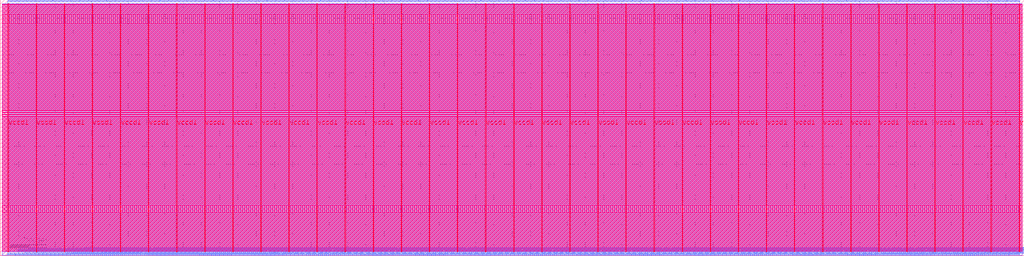
<source format=lef>
VERSION 5.7 ;
  NOWIREEXTENSIONATPIN ON ;
  DIVIDERCHAR "/" ;
  BUSBITCHARS "[]" ;
MACRO user_proj_example
  CLASS BLOCK ;
  FOREIGN user_proj_example ;
  ORIGIN 0.000 0.000 ;
  SIZE 2800.000 BY 700.000 ;
  PIN io_in[0]
    DIRECTION INPUT ;
    USE SIGNAL ;
    PORT
      LAYER met2 ;
        RECT 22.170 696.000 22.450 700.000 ;
    END
  END io_in[0]
  PIN io_in[10]
    DIRECTION INPUT ;
    USE SIGNAL ;
    PORT
      LAYER met2 ;
        RECT 753.570 696.000 753.850 700.000 ;
    END
  END io_in[10]
  PIN io_in[11]
    DIRECTION INPUT ;
    USE SIGNAL ;
    PORT
      LAYER met2 ;
        RECT 826.710 696.000 826.990 700.000 ;
    END
  END io_in[11]
  PIN io_in[12]
    DIRECTION INPUT ;
    USE SIGNAL ;
    PORT
      LAYER met2 ;
        RECT 899.850 696.000 900.130 700.000 ;
    END
  END io_in[12]
  PIN io_in[13]
    DIRECTION INPUT ;
    USE SIGNAL ;
    PORT
      LAYER met2 ;
        RECT 972.990 696.000 973.270 700.000 ;
    END
  END io_in[13]
  PIN io_in[14]
    DIRECTION INPUT ;
    USE SIGNAL ;
    PORT
      LAYER met2 ;
        RECT 1046.130 696.000 1046.410 700.000 ;
    END
  END io_in[14]
  PIN io_in[15]
    DIRECTION INPUT ;
    USE SIGNAL ;
    PORT
      LAYER met2 ;
        RECT 1119.270 696.000 1119.550 700.000 ;
    END
  END io_in[15]
  PIN io_in[16]
    DIRECTION INPUT ;
    USE SIGNAL ;
    PORT
      LAYER met2 ;
        RECT 1192.410 696.000 1192.690 700.000 ;
    END
  END io_in[16]
  PIN io_in[17]
    DIRECTION INPUT ;
    USE SIGNAL ;
    PORT
      LAYER met2 ;
        RECT 1265.550 696.000 1265.830 700.000 ;
    END
  END io_in[17]
  PIN io_in[18]
    DIRECTION INPUT ;
    USE SIGNAL ;
    PORT
      LAYER met2 ;
        RECT 1338.690 696.000 1338.970 700.000 ;
    END
  END io_in[18]
  PIN io_in[19]
    DIRECTION INPUT ;
    USE SIGNAL ;
    PORT
      LAYER met2 ;
        RECT 1411.830 696.000 1412.110 700.000 ;
    END
  END io_in[19]
  PIN io_in[1]
    DIRECTION INPUT ;
    USE SIGNAL ;
    PORT
      LAYER met2 ;
        RECT 95.310 696.000 95.590 700.000 ;
    END
  END io_in[1]
  PIN io_in[20]
    DIRECTION INPUT ;
    USE SIGNAL ;
    PORT
      LAYER met2 ;
        RECT 1484.970 696.000 1485.250 700.000 ;
    END
  END io_in[20]
  PIN io_in[21]
    DIRECTION INPUT ;
    USE SIGNAL ;
    PORT
      LAYER met2 ;
        RECT 1558.110 696.000 1558.390 700.000 ;
    END
  END io_in[21]
  PIN io_in[22]
    DIRECTION INPUT ;
    USE SIGNAL ;
    PORT
      LAYER met2 ;
        RECT 1631.250 696.000 1631.530 700.000 ;
    END
  END io_in[22]
  PIN io_in[23]
    DIRECTION INPUT ;
    USE SIGNAL ;
    PORT
      LAYER met2 ;
        RECT 1704.390 696.000 1704.670 700.000 ;
    END
  END io_in[23]
  PIN io_in[24]
    DIRECTION INPUT ;
    USE SIGNAL ;
    PORT
      LAYER met2 ;
        RECT 1777.530 696.000 1777.810 700.000 ;
    END
  END io_in[24]
  PIN io_in[25]
    DIRECTION INPUT ;
    USE SIGNAL ;
    PORT
      LAYER met2 ;
        RECT 1850.670 696.000 1850.950 700.000 ;
    END
  END io_in[25]
  PIN io_in[26]
    DIRECTION INPUT ;
    USE SIGNAL ;
    PORT
      LAYER met2 ;
        RECT 1923.810 696.000 1924.090 700.000 ;
    END
  END io_in[26]
  PIN io_in[27]
    DIRECTION INPUT ;
    USE SIGNAL ;
    PORT
      LAYER met2 ;
        RECT 1996.950 696.000 1997.230 700.000 ;
    END
  END io_in[27]
  PIN io_in[28]
    DIRECTION INPUT ;
    USE SIGNAL ;
    PORT
      LAYER met2 ;
        RECT 2070.090 696.000 2070.370 700.000 ;
    END
  END io_in[28]
  PIN io_in[29]
    DIRECTION INPUT ;
    USE SIGNAL ;
    PORT
      LAYER met2 ;
        RECT 2143.230 696.000 2143.510 700.000 ;
    END
  END io_in[29]
  PIN io_in[2]
    DIRECTION INPUT ;
    USE SIGNAL ;
    PORT
      LAYER met2 ;
        RECT 168.450 696.000 168.730 700.000 ;
    END
  END io_in[2]
  PIN io_in[30]
    DIRECTION INPUT ;
    USE SIGNAL ;
    PORT
      LAYER met2 ;
        RECT 2216.370 696.000 2216.650 700.000 ;
    END
  END io_in[30]
  PIN io_in[31]
    DIRECTION INPUT ;
    USE SIGNAL ;
    PORT
      LAYER met2 ;
        RECT 2289.510 696.000 2289.790 700.000 ;
    END
  END io_in[31]
  PIN io_in[32]
    DIRECTION INPUT ;
    USE SIGNAL ;
    PORT
      LAYER met2 ;
        RECT 2362.650 696.000 2362.930 700.000 ;
    END
  END io_in[32]
  PIN io_in[33]
    DIRECTION INPUT ;
    USE SIGNAL ;
    PORT
      LAYER met2 ;
        RECT 2435.790 696.000 2436.070 700.000 ;
    END
  END io_in[33]
  PIN io_in[34]
    DIRECTION INPUT ;
    USE SIGNAL ;
    PORT
      LAYER met2 ;
        RECT 2508.930 696.000 2509.210 700.000 ;
    END
  END io_in[34]
  PIN io_in[35]
    DIRECTION INPUT ;
    USE SIGNAL ;
    PORT
      LAYER met2 ;
        RECT 2582.070 696.000 2582.350 700.000 ;
    END
  END io_in[35]
  PIN io_in[36]
    DIRECTION INPUT ;
    USE SIGNAL ;
    PORT
      LAYER met2 ;
        RECT 2655.210 696.000 2655.490 700.000 ;
    END
  END io_in[36]
  PIN io_in[37]
    DIRECTION INPUT ;
    USE SIGNAL ;
    PORT
      LAYER met2 ;
        RECT 2728.350 696.000 2728.630 700.000 ;
    END
  END io_in[37]
  PIN io_in[3]
    DIRECTION INPUT ;
    USE SIGNAL ;
    PORT
      LAYER met2 ;
        RECT 241.590 696.000 241.870 700.000 ;
    END
  END io_in[3]
  PIN io_in[4]
    DIRECTION INPUT ;
    USE SIGNAL ;
    PORT
      LAYER met2 ;
        RECT 314.730 696.000 315.010 700.000 ;
    END
  END io_in[4]
  PIN io_in[5]
    DIRECTION INPUT ;
    USE SIGNAL ;
    PORT
      LAYER met2 ;
        RECT 387.870 696.000 388.150 700.000 ;
    END
  END io_in[5]
  PIN io_in[6]
    DIRECTION INPUT ;
    USE SIGNAL ;
    PORT
      LAYER met2 ;
        RECT 461.010 696.000 461.290 700.000 ;
    END
  END io_in[6]
  PIN io_in[7]
    DIRECTION INPUT ;
    USE SIGNAL ;
    PORT
      LAYER met2 ;
        RECT 534.150 696.000 534.430 700.000 ;
    END
  END io_in[7]
  PIN io_in[8]
    DIRECTION INPUT ;
    USE SIGNAL ;
    PORT
      LAYER met2 ;
        RECT 607.290 696.000 607.570 700.000 ;
    END
  END io_in[8]
  PIN io_in[9]
    DIRECTION INPUT ;
    USE SIGNAL ;
    PORT
      LAYER met2 ;
        RECT 680.430 696.000 680.710 700.000 ;
    END
  END io_in[9]
  PIN io_oeb[0]
    DIRECTION OUTPUT TRISTATE ;
    USE SIGNAL ;
    PORT
      LAYER met2 ;
        RECT 46.550 696.000 46.830 700.000 ;
    END
  END io_oeb[0]
  PIN io_oeb[10]
    DIRECTION OUTPUT TRISTATE ;
    USE SIGNAL ;
    PORT
      LAYER met2 ;
        RECT 777.950 696.000 778.230 700.000 ;
    END
  END io_oeb[10]
  PIN io_oeb[11]
    DIRECTION OUTPUT TRISTATE ;
    USE SIGNAL ;
    PORT
      LAYER met2 ;
        RECT 851.090 696.000 851.370 700.000 ;
    END
  END io_oeb[11]
  PIN io_oeb[12]
    DIRECTION OUTPUT TRISTATE ;
    USE SIGNAL ;
    PORT
      LAYER met2 ;
        RECT 924.230 696.000 924.510 700.000 ;
    END
  END io_oeb[12]
  PIN io_oeb[13]
    DIRECTION OUTPUT TRISTATE ;
    USE SIGNAL ;
    PORT
      LAYER met2 ;
        RECT 997.370 696.000 997.650 700.000 ;
    END
  END io_oeb[13]
  PIN io_oeb[14]
    DIRECTION OUTPUT TRISTATE ;
    USE SIGNAL ;
    PORT
      LAYER met2 ;
        RECT 1070.510 696.000 1070.790 700.000 ;
    END
  END io_oeb[14]
  PIN io_oeb[15]
    DIRECTION OUTPUT TRISTATE ;
    USE SIGNAL ;
    PORT
      LAYER met2 ;
        RECT 1143.650 696.000 1143.930 700.000 ;
    END
  END io_oeb[15]
  PIN io_oeb[16]
    DIRECTION OUTPUT TRISTATE ;
    USE SIGNAL ;
    PORT
      LAYER met2 ;
        RECT 1216.790 696.000 1217.070 700.000 ;
    END
  END io_oeb[16]
  PIN io_oeb[17]
    DIRECTION OUTPUT TRISTATE ;
    USE SIGNAL ;
    PORT
      LAYER met2 ;
        RECT 1289.930 696.000 1290.210 700.000 ;
    END
  END io_oeb[17]
  PIN io_oeb[18]
    DIRECTION OUTPUT TRISTATE ;
    USE SIGNAL ;
    PORT
      LAYER met2 ;
        RECT 1363.070 696.000 1363.350 700.000 ;
    END
  END io_oeb[18]
  PIN io_oeb[19]
    DIRECTION OUTPUT TRISTATE ;
    USE SIGNAL ;
    PORT
      LAYER met2 ;
        RECT 1436.210 696.000 1436.490 700.000 ;
    END
  END io_oeb[19]
  PIN io_oeb[1]
    DIRECTION OUTPUT TRISTATE ;
    USE SIGNAL ;
    PORT
      LAYER met2 ;
        RECT 119.690 696.000 119.970 700.000 ;
    END
  END io_oeb[1]
  PIN io_oeb[20]
    DIRECTION OUTPUT TRISTATE ;
    USE SIGNAL ;
    PORT
      LAYER met2 ;
        RECT 1509.350 696.000 1509.630 700.000 ;
    END
  END io_oeb[20]
  PIN io_oeb[21]
    DIRECTION OUTPUT TRISTATE ;
    USE SIGNAL ;
    PORT
      LAYER met2 ;
        RECT 1582.490 696.000 1582.770 700.000 ;
    END
  END io_oeb[21]
  PIN io_oeb[22]
    DIRECTION OUTPUT TRISTATE ;
    USE SIGNAL ;
    PORT
      LAYER met2 ;
        RECT 1655.630 696.000 1655.910 700.000 ;
    END
  END io_oeb[22]
  PIN io_oeb[23]
    DIRECTION OUTPUT TRISTATE ;
    USE SIGNAL ;
    PORT
      LAYER met2 ;
        RECT 1728.770 696.000 1729.050 700.000 ;
    END
  END io_oeb[23]
  PIN io_oeb[24]
    DIRECTION OUTPUT TRISTATE ;
    USE SIGNAL ;
    PORT
      LAYER met2 ;
        RECT 1801.910 696.000 1802.190 700.000 ;
    END
  END io_oeb[24]
  PIN io_oeb[25]
    DIRECTION OUTPUT TRISTATE ;
    USE SIGNAL ;
    PORT
      LAYER met2 ;
        RECT 1875.050 696.000 1875.330 700.000 ;
    END
  END io_oeb[25]
  PIN io_oeb[26]
    DIRECTION OUTPUT TRISTATE ;
    USE SIGNAL ;
    PORT
      LAYER met2 ;
        RECT 1948.190 696.000 1948.470 700.000 ;
    END
  END io_oeb[26]
  PIN io_oeb[27]
    DIRECTION OUTPUT TRISTATE ;
    USE SIGNAL ;
    PORT
      LAYER met2 ;
        RECT 2021.330 696.000 2021.610 700.000 ;
    END
  END io_oeb[27]
  PIN io_oeb[28]
    DIRECTION OUTPUT TRISTATE ;
    USE SIGNAL ;
    PORT
      LAYER met2 ;
        RECT 2094.470 696.000 2094.750 700.000 ;
    END
  END io_oeb[28]
  PIN io_oeb[29]
    DIRECTION OUTPUT TRISTATE ;
    USE SIGNAL ;
    PORT
      LAYER met2 ;
        RECT 2167.610 696.000 2167.890 700.000 ;
    END
  END io_oeb[29]
  PIN io_oeb[2]
    DIRECTION OUTPUT TRISTATE ;
    USE SIGNAL ;
    PORT
      LAYER met2 ;
        RECT 192.830 696.000 193.110 700.000 ;
    END
  END io_oeb[2]
  PIN io_oeb[30]
    DIRECTION OUTPUT TRISTATE ;
    USE SIGNAL ;
    PORT
      LAYER met2 ;
        RECT 2240.750 696.000 2241.030 700.000 ;
    END
  END io_oeb[30]
  PIN io_oeb[31]
    DIRECTION OUTPUT TRISTATE ;
    USE SIGNAL ;
    PORT
      LAYER met2 ;
        RECT 2313.890 696.000 2314.170 700.000 ;
    END
  END io_oeb[31]
  PIN io_oeb[32]
    DIRECTION OUTPUT TRISTATE ;
    USE SIGNAL ;
    PORT
      LAYER met2 ;
        RECT 2387.030 696.000 2387.310 700.000 ;
    END
  END io_oeb[32]
  PIN io_oeb[33]
    DIRECTION OUTPUT TRISTATE ;
    USE SIGNAL ;
    PORT
      LAYER met2 ;
        RECT 2460.170 696.000 2460.450 700.000 ;
    END
  END io_oeb[33]
  PIN io_oeb[34]
    DIRECTION OUTPUT TRISTATE ;
    USE SIGNAL ;
    PORT
      LAYER met2 ;
        RECT 2533.310 696.000 2533.590 700.000 ;
    END
  END io_oeb[34]
  PIN io_oeb[35]
    DIRECTION OUTPUT TRISTATE ;
    USE SIGNAL ;
    PORT
      LAYER met2 ;
        RECT 2606.450 696.000 2606.730 700.000 ;
    END
  END io_oeb[35]
  PIN io_oeb[36]
    DIRECTION OUTPUT TRISTATE ;
    USE SIGNAL ;
    PORT
      LAYER met2 ;
        RECT 2679.590 696.000 2679.870 700.000 ;
    END
  END io_oeb[36]
  PIN io_oeb[37]
    DIRECTION OUTPUT TRISTATE ;
    USE SIGNAL ;
    PORT
      LAYER met2 ;
        RECT 2752.730 696.000 2753.010 700.000 ;
    END
  END io_oeb[37]
  PIN io_oeb[3]
    DIRECTION OUTPUT TRISTATE ;
    USE SIGNAL ;
    PORT
      LAYER met2 ;
        RECT 265.970 696.000 266.250 700.000 ;
    END
  END io_oeb[3]
  PIN io_oeb[4]
    DIRECTION OUTPUT TRISTATE ;
    USE SIGNAL ;
    PORT
      LAYER met2 ;
        RECT 339.110 696.000 339.390 700.000 ;
    END
  END io_oeb[4]
  PIN io_oeb[5]
    DIRECTION OUTPUT TRISTATE ;
    USE SIGNAL ;
    PORT
      LAYER met2 ;
        RECT 412.250 696.000 412.530 700.000 ;
    END
  END io_oeb[5]
  PIN io_oeb[6]
    DIRECTION OUTPUT TRISTATE ;
    USE SIGNAL ;
    PORT
      LAYER met2 ;
        RECT 485.390 696.000 485.670 700.000 ;
    END
  END io_oeb[6]
  PIN io_oeb[7]
    DIRECTION OUTPUT TRISTATE ;
    USE SIGNAL ;
    PORT
      LAYER met2 ;
        RECT 558.530 696.000 558.810 700.000 ;
    END
  END io_oeb[7]
  PIN io_oeb[8]
    DIRECTION OUTPUT TRISTATE ;
    USE SIGNAL ;
    PORT
      LAYER met2 ;
        RECT 631.670 696.000 631.950 700.000 ;
    END
  END io_oeb[8]
  PIN io_oeb[9]
    DIRECTION OUTPUT TRISTATE ;
    USE SIGNAL ;
    PORT
      LAYER met2 ;
        RECT 704.810 696.000 705.090 700.000 ;
    END
  END io_oeb[9]
  PIN io_out[0]
    DIRECTION OUTPUT TRISTATE ;
    USE SIGNAL ;
    PORT
      LAYER met2 ;
        RECT 70.930 696.000 71.210 700.000 ;
    END
  END io_out[0]
  PIN io_out[10]
    DIRECTION OUTPUT TRISTATE ;
    USE SIGNAL ;
    PORT
      LAYER met2 ;
        RECT 802.330 696.000 802.610 700.000 ;
    END
  END io_out[10]
  PIN io_out[11]
    DIRECTION OUTPUT TRISTATE ;
    USE SIGNAL ;
    PORT
      LAYER met2 ;
        RECT 875.470 696.000 875.750 700.000 ;
    END
  END io_out[11]
  PIN io_out[12]
    DIRECTION OUTPUT TRISTATE ;
    USE SIGNAL ;
    PORT
      LAYER met2 ;
        RECT 948.610 696.000 948.890 700.000 ;
    END
  END io_out[12]
  PIN io_out[13]
    DIRECTION OUTPUT TRISTATE ;
    USE SIGNAL ;
    PORT
      LAYER met2 ;
        RECT 1021.750 696.000 1022.030 700.000 ;
    END
  END io_out[13]
  PIN io_out[14]
    DIRECTION OUTPUT TRISTATE ;
    USE SIGNAL ;
    PORT
      LAYER met2 ;
        RECT 1094.890 696.000 1095.170 700.000 ;
    END
  END io_out[14]
  PIN io_out[15]
    DIRECTION OUTPUT TRISTATE ;
    USE SIGNAL ;
    PORT
      LAYER met2 ;
        RECT 1168.030 696.000 1168.310 700.000 ;
    END
  END io_out[15]
  PIN io_out[16]
    DIRECTION OUTPUT TRISTATE ;
    USE SIGNAL ;
    PORT
      LAYER met2 ;
        RECT 1241.170 696.000 1241.450 700.000 ;
    END
  END io_out[16]
  PIN io_out[17]
    DIRECTION OUTPUT TRISTATE ;
    USE SIGNAL ;
    PORT
      LAYER met2 ;
        RECT 1314.310 696.000 1314.590 700.000 ;
    END
  END io_out[17]
  PIN io_out[18]
    DIRECTION OUTPUT TRISTATE ;
    USE SIGNAL ;
    PORT
      LAYER met2 ;
        RECT 1387.450 696.000 1387.730 700.000 ;
    END
  END io_out[18]
  PIN io_out[19]
    DIRECTION OUTPUT TRISTATE ;
    USE SIGNAL ;
    PORT
      LAYER met2 ;
        RECT 1460.590 696.000 1460.870 700.000 ;
    END
  END io_out[19]
  PIN io_out[1]
    DIRECTION OUTPUT TRISTATE ;
    USE SIGNAL ;
    PORT
      LAYER met2 ;
        RECT 144.070 696.000 144.350 700.000 ;
    END
  END io_out[1]
  PIN io_out[20]
    DIRECTION OUTPUT TRISTATE ;
    USE SIGNAL ;
    PORT
      LAYER met2 ;
        RECT 1533.730 696.000 1534.010 700.000 ;
    END
  END io_out[20]
  PIN io_out[21]
    DIRECTION OUTPUT TRISTATE ;
    USE SIGNAL ;
    PORT
      LAYER met2 ;
        RECT 1606.870 696.000 1607.150 700.000 ;
    END
  END io_out[21]
  PIN io_out[22]
    DIRECTION OUTPUT TRISTATE ;
    USE SIGNAL ;
    PORT
      LAYER met2 ;
        RECT 1680.010 696.000 1680.290 700.000 ;
    END
  END io_out[22]
  PIN io_out[23]
    DIRECTION OUTPUT TRISTATE ;
    USE SIGNAL ;
    PORT
      LAYER met2 ;
        RECT 1753.150 696.000 1753.430 700.000 ;
    END
  END io_out[23]
  PIN io_out[24]
    DIRECTION OUTPUT TRISTATE ;
    USE SIGNAL ;
    PORT
      LAYER met2 ;
        RECT 1826.290 696.000 1826.570 700.000 ;
    END
  END io_out[24]
  PIN io_out[25]
    DIRECTION OUTPUT TRISTATE ;
    USE SIGNAL ;
    PORT
      LAYER met2 ;
        RECT 1899.430 696.000 1899.710 700.000 ;
    END
  END io_out[25]
  PIN io_out[26]
    DIRECTION OUTPUT TRISTATE ;
    USE SIGNAL ;
    PORT
      LAYER met2 ;
        RECT 1972.570 696.000 1972.850 700.000 ;
    END
  END io_out[26]
  PIN io_out[27]
    DIRECTION OUTPUT TRISTATE ;
    USE SIGNAL ;
    PORT
      LAYER met2 ;
        RECT 2045.710 696.000 2045.990 700.000 ;
    END
  END io_out[27]
  PIN io_out[28]
    DIRECTION OUTPUT TRISTATE ;
    USE SIGNAL ;
    PORT
      LAYER met2 ;
        RECT 2118.850 696.000 2119.130 700.000 ;
    END
  END io_out[28]
  PIN io_out[29]
    DIRECTION OUTPUT TRISTATE ;
    USE SIGNAL ;
    PORT
      LAYER met2 ;
        RECT 2191.990 696.000 2192.270 700.000 ;
    END
  END io_out[29]
  PIN io_out[2]
    DIRECTION OUTPUT TRISTATE ;
    USE SIGNAL ;
    PORT
      LAYER met2 ;
        RECT 217.210 696.000 217.490 700.000 ;
    END
  END io_out[2]
  PIN io_out[30]
    DIRECTION OUTPUT TRISTATE ;
    USE SIGNAL ;
    PORT
      LAYER met2 ;
        RECT 2265.130 696.000 2265.410 700.000 ;
    END
  END io_out[30]
  PIN io_out[31]
    DIRECTION OUTPUT TRISTATE ;
    USE SIGNAL ;
    PORT
      LAYER met2 ;
        RECT 2338.270 696.000 2338.550 700.000 ;
    END
  END io_out[31]
  PIN io_out[32]
    DIRECTION OUTPUT TRISTATE ;
    USE SIGNAL ;
    PORT
      LAYER met2 ;
        RECT 2411.410 696.000 2411.690 700.000 ;
    END
  END io_out[32]
  PIN io_out[33]
    DIRECTION OUTPUT TRISTATE ;
    USE SIGNAL ;
    PORT
      LAYER met2 ;
        RECT 2484.550 696.000 2484.830 700.000 ;
    END
  END io_out[33]
  PIN io_out[34]
    DIRECTION OUTPUT TRISTATE ;
    USE SIGNAL ;
    PORT
      LAYER met2 ;
        RECT 2557.690 696.000 2557.970 700.000 ;
    END
  END io_out[34]
  PIN io_out[35]
    DIRECTION OUTPUT TRISTATE ;
    USE SIGNAL ;
    PORT
      LAYER met2 ;
        RECT 2630.830 696.000 2631.110 700.000 ;
    END
  END io_out[35]
  PIN io_out[36]
    DIRECTION OUTPUT TRISTATE ;
    USE SIGNAL ;
    PORT
      LAYER met2 ;
        RECT 2703.970 696.000 2704.250 700.000 ;
    END
  END io_out[36]
  PIN io_out[37]
    DIRECTION OUTPUT TRISTATE ;
    USE SIGNAL ;
    PORT
      LAYER met2 ;
        RECT 2777.110 696.000 2777.390 700.000 ;
    END
  END io_out[37]
  PIN io_out[3]
    DIRECTION OUTPUT TRISTATE ;
    USE SIGNAL ;
    PORT
      LAYER met2 ;
        RECT 290.350 696.000 290.630 700.000 ;
    END
  END io_out[3]
  PIN io_out[4]
    DIRECTION OUTPUT TRISTATE ;
    USE SIGNAL ;
    PORT
      LAYER met2 ;
        RECT 363.490 696.000 363.770 700.000 ;
    END
  END io_out[4]
  PIN io_out[5]
    DIRECTION OUTPUT TRISTATE ;
    USE SIGNAL ;
    PORT
      LAYER met2 ;
        RECT 436.630 696.000 436.910 700.000 ;
    END
  END io_out[5]
  PIN io_out[6]
    DIRECTION OUTPUT TRISTATE ;
    USE SIGNAL ;
    PORT
      LAYER met2 ;
        RECT 509.770 696.000 510.050 700.000 ;
    END
  END io_out[6]
  PIN io_out[7]
    DIRECTION OUTPUT TRISTATE ;
    USE SIGNAL ;
    PORT
      LAYER met2 ;
        RECT 582.910 696.000 583.190 700.000 ;
    END
  END io_out[7]
  PIN io_out[8]
    DIRECTION OUTPUT TRISTATE ;
    USE SIGNAL ;
    PORT
      LAYER met2 ;
        RECT 656.050 696.000 656.330 700.000 ;
    END
  END io_out[8]
  PIN io_out[9]
    DIRECTION OUTPUT TRISTATE ;
    USE SIGNAL ;
    PORT
      LAYER met2 ;
        RECT 729.190 696.000 729.470 700.000 ;
    END
  END io_out[9]
  PIN irq[0]
    DIRECTION OUTPUT TRISTATE ;
    USE SIGNAL ;
    PORT
      LAYER met2 ;
        RECT 2746.750 0.000 2747.030 4.000 ;
    END
  END irq[0]
  PIN irq[1]
    DIRECTION OUTPUT TRISTATE ;
    USE SIGNAL ;
    PORT
      LAYER met2 ;
        RECT 2752.270 0.000 2752.550 4.000 ;
    END
  END irq[1]
  PIN irq[2]
    DIRECTION OUTPUT TRISTATE ;
    USE SIGNAL ;
    PORT
      LAYER met2 ;
        RECT 2757.790 0.000 2758.070 4.000 ;
    END
  END irq[2]
  PIN la_data_in[0]
    DIRECTION INPUT ;
    USE SIGNAL ;
    PORT
      LAYER met2 ;
        RECT 627.070 0.000 627.350 4.000 ;
    END
  END la_data_in[0]
  PIN la_data_in[100]
    DIRECTION INPUT ;
    USE SIGNAL ;
    PORT
      LAYER met2 ;
        RECT 2283.070 0.000 2283.350 4.000 ;
    END
  END la_data_in[100]
  PIN la_data_in[101]
    DIRECTION INPUT ;
    USE SIGNAL ;
    PORT
      LAYER met2 ;
        RECT 2299.630 0.000 2299.910 4.000 ;
    END
  END la_data_in[101]
  PIN la_data_in[102]
    DIRECTION INPUT ;
    USE SIGNAL ;
    PORT
      LAYER met2 ;
        RECT 2316.190 0.000 2316.470 4.000 ;
    END
  END la_data_in[102]
  PIN la_data_in[103]
    DIRECTION INPUT ;
    USE SIGNAL ;
    PORT
      LAYER met2 ;
        RECT 2332.750 0.000 2333.030 4.000 ;
    END
  END la_data_in[103]
  PIN la_data_in[104]
    DIRECTION INPUT ;
    USE SIGNAL ;
    PORT
      LAYER met2 ;
        RECT 2349.310 0.000 2349.590 4.000 ;
    END
  END la_data_in[104]
  PIN la_data_in[105]
    DIRECTION INPUT ;
    USE SIGNAL ;
    PORT
      LAYER met2 ;
        RECT 2365.870 0.000 2366.150 4.000 ;
    END
  END la_data_in[105]
  PIN la_data_in[106]
    DIRECTION INPUT ;
    USE SIGNAL ;
    PORT
      LAYER met2 ;
        RECT 2382.430 0.000 2382.710 4.000 ;
    END
  END la_data_in[106]
  PIN la_data_in[107]
    DIRECTION INPUT ;
    USE SIGNAL ;
    PORT
      LAYER met2 ;
        RECT 2398.990 0.000 2399.270 4.000 ;
    END
  END la_data_in[107]
  PIN la_data_in[108]
    DIRECTION INPUT ;
    USE SIGNAL ;
    PORT
      LAYER met2 ;
        RECT 2415.550 0.000 2415.830 4.000 ;
    END
  END la_data_in[108]
  PIN la_data_in[109]
    DIRECTION INPUT ;
    USE SIGNAL ;
    PORT
      LAYER met2 ;
        RECT 2432.110 0.000 2432.390 4.000 ;
    END
  END la_data_in[109]
  PIN la_data_in[10]
    DIRECTION INPUT ;
    USE SIGNAL ;
    PORT
      LAYER met2 ;
        RECT 792.670 0.000 792.950 4.000 ;
    END
  END la_data_in[10]
  PIN la_data_in[110]
    DIRECTION INPUT ;
    USE SIGNAL ;
    PORT
      LAYER met2 ;
        RECT 2448.670 0.000 2448.950 4.000 ;
    END
  END la_data_in[110]
  PIN la_data_in[111]
    DIRECTION INPUT ;
    USE SIGNAL ;
    PORT
      LAYER met2 ;
        RECT 2465.230 0.000 2465.510 4.000 ;
    END
  END la_data_in[111]
  PIN la_data_in[112]
    DIRECTION INPUT ;
    USE SIGNAL ;
    PORT
      LAYER met2 ;
        RECT 2481.790 0.000 2482.070 4.000 ;
    END
  END la_data_in[112]
  PIN la_data_in[113]
    DIRECTION INPUT ;
    USE SIGNAL ;
    PORT
      LAYER met2 ;
        RECT 2498.350 0.000 2498.630 4.000 ;
    END
  END la_data_in[113]
  PIN la_data_in[114]
    DIRECTION INPUT ;
    USE SIGNAL ;
    PORT
      LAYER met2 ;
        RECT 2514.910 0.000 2515.190 4.000 ;
    END
  END la_data_in[114]
  PIN la_data_in[115]
    DIRECTION INPUT ;
    USE SIGNAL ;
    PORT
      LAYER met2 ;
        RECT 2531.470 0.000 2531.750 4.000 ;
    END
  END la_data_in[115]
  PIN la_data_in[116]
    DIRECTION INPUT ;
    USE SIGNAL ;
    PORT
      LAYER met2 ;
        RECT 2548.030 0.000 2548.310 4.000 ;
    END
  END la_data_in[116]
  PIN la_data_in[117]
    DIRECTION INPUT ;
    USE SIGNAL ;
    PORT
      LAYER met2 ;
        RECT 2564.590 0.000 2564.870 4.000 ;
    END
  END la_data_in[117]
  PIN la_data_in[118]
    DIRECTION INPUT ;
    USE SIGNAL ;
    PORT
      LAYER met2 ;
        RECT 2581.150 0.000 2581.430 4.000 ;
    END
  END la_data_in[118]
  PIN la_data_in[119]
    DIRECTION INPUT ;
    USE SIGNAL ;
    PORT
      LAYER met2 ;
        RECT 2597.710 0.000 2597.990 4.000 ;
    END
  END la_data_in[119]
  PIN la_data_in[11]
    DIRECTION INPUT ;
    USE SIGNAL ;
    PORT
      LAYER met2 ;
        RECT 809.230 0.000 809.510 4.000 ;
    END
  END la_data_in[11]
  PIN la_data_in[120]
    DIRECTION INPUT ;
    USE SIGNAL ;
    PORT
      LAYER met2 ;
        RECT 2614.270 0.000 2614.550 4.000 ;
    END
  END la_data_in[120]
  PIN la_data_in[121]
    DIRECTION INPUT ;
    USE SIGNAL ;
    PORT
      LAYER met2 ;
        RECT 2630.830 0.000 2631.110 4.000 ;
    END
  END la_data_in[121]
  PIN la_data_in[122]
    DIRECTION INPUT ;
    USE SIGNAL ;
    PORT
      LAYER met2 ;
        RECT 2647.390 0.000 2647.670 4.000 ;
    END
  END la_data_in[122]
  PIN la_data_in[123]
    DIRECTION INPUT ;
    USE SIGNAL ;
    PORT
      LAYER met2 ;
        RECT 2663.950 0.000 2664.230 4.000 ;
    END
  END la_data_in[123]
  PIN la_data_in[124]
    DIRECTION INPUT ;
    USE SIGNAL ;
    PORT
      LAYER met2 ;
        RECT 2680.510 0.000 2680.790 4.000 ;
    END
  END la_data_in[124]
  PIN la_data_in[125]
    DIRECTION INPUT ;
    USE SIGNAL ;
    PORT
      LAYER met2 ;
        RECT 2697.070 0.000 2697.350 4.000 ;
    END
  END la_data_in[125]
  PIN la_data_in[126]
    DIRECTION INPUT ;
    USE SIGNAL ;
    PORT
      LAYER met2 ;
        RECT 2713.630 0.000 2713.910 4.000 ;
    END
  END la_data_in[126]
  PIN la_data_in[127]
    DIRECTION INPUT ;
    USE SIGNAL ;
    PORT
      LAYER met2 ;
        RECT 2730.190 0.000 2730.470 4.000 ;
    END
  END la_data_in[127]
  PIN la_data_in[12]
    DIRECTION INPUT ;
    USE SIGNAL ;
    PORT
      LAYER met2 ;
        RECT 825.790 0.000 826.070 4.000 ;
    END
  END la_data_in[12]
  PIN la_data_in[13]
    DIRECTION INPUT ;
    USE SIGNAL ;
    PORT
      LAYER met2 ;
        RECT 842.350 0.000 842.630 4.000 ;
    END
  END la_data_in[13]
  PIN la_data_in[14]
    DIRECTION INPUT ;
    USE SIGNAL ;
    PORT
      LAYER met2 ;
        RECT 858.910 0.000 859.190 4.000 ;
    END
  END la_data_in[14]
  PIN la_data_in[15]
    DIRECTION INPUT ;
    USE SIGNAL ;
    PORT
      LAYER met2 ;
        RECT 875.470 0.000 875.750 4.000 ;
    END
  END la_data_in[15]
  PIN la_data_in[16]
    DIRECTION INPUT ;
    USE SIGNAL ;
    PORT
      LAYER met2 ;
        RECT 892.030 0.000 892.310 4.000 ;
    END
  END la_data_in[16]
  PIN la_data_in[17]
    DIRECTION INPUT ;
    USE SIGNAL ;
    PORT
      LAYER met2 ;
        RECT 908.590 0.000 908.870 4.000 ;
    END
  END la_data_in[17]
  PIN la_data_in[18]
    DIRECTION INPUT ;
    USE SIGNAL ;
    PORT
      LAYER met2 ;
        RECT 925.150 0.000 925.430 4.000 ;
    END
  END la_data_in[18]
  PIN la_data_in[19]
    DIRECTION INPUT ;
    USE SIGNAL ;
    PORT
      LAYER met2 ;
        RECT 941.710 0.000 941.990 4.000 ;
    END
  END la_data_in[19]
  PIN la_data_in[1]
    DIRECTION INPUT ;
    USE SIGNAL ;
    PORT
      LAYER met2 ;
        RECT 643.630 0.000 643.910 4.000 ;
    END
  END la_data_in[1]
  PIN la_data_in[20]
    DIRECTION INPUT ;
    USE SIGNAL ;
    PORT
      LAYER met2 ;
        RECT 958.270 0.000 958.550 4.000 ;
    END
  END la_data_in[20]
  PIN la_data_in[21]
    DIRECTION INPUT ;
    USE SIGNAL ;
    PORT
      LAYER met2 ;
        RECT 974.830 0.000 975.110 4.000 ;
    END
  END la_data_in[21]
  PIN la_data_in[22]
    DIRECTION INPUT ;
    USE SIGNAL ;
    PORT
      LAYER met2 ;
        RECT 991.390 0.000 991.670 4.000 ;
    END
  END la_data_in[22]
  PIN la_data_in[23]
    DIRECTION INPUT ;
    USE SIGNAL ;
    PORT
      LAYER met2 ;
        RECT 1007.950 0.000 1008.230 4.000 ;
    END
  END la_data_in[23]
  PIN la_data_in[24]
    DIRECTION INPUT ;
    USE SIGNAL ;
    PORT
      LAYER met2 ;
        RECT 1024.510 0.000 1024.790 4.000 ;
    END
  END la_data_in[24]
  PIN la_data_in[25]
    DIRECTION INPUT ;
    USE SIGNAL ;
    PORT
      LAYER met2 ;
        RECT 1041.070 0.000 1041.350 4.000 ;
    END
  END la_data_in[25]
  PIN la_data_in[26]
    DIRECTION INPUT ;
    USE SIGNAL ;
    PORT
      LAYER met2 ;
        RECT 1057.630 0.000 1057.910 4.000 ;
    END
  END la_data_in[26]
  PIN la_data_in[27]
    DIRECTION INPUT ;
    USE SIGNAL ;
    PORT
      LAYER met2 ;
        RECT 1074.190 0.000 1074.470 4.000 ;
    END
  END la_data_in[27]
  PIN la_data_in[28]
    DIRECTION INPUT ;
    USE SIGNAL ;
    PORT
      LAYER met2 ;
        RECT 1090.750 0.000 1091.030 4.000 ;
    END
  END la_data_in[28]
  PIN la_data_in[29]
    DIRECTION INPUT ;
    USE SIGNAL ;
    PORT
      LAYER met2 ;
        RECT 1107.310 0.000 1107.590 4.000 ;
    END
  END la_data_in[29]
  PIN la_data_in[2]
    DIRECTION INPUT ;
    USE SIGNAL ;
    PORT
      LAYER met2 ;
        RECT 660.190 0.000 660.470 4.000 ;
    END
  END la_data_in[2]
  PIN la_data_in[30]
    DIRECTION INPUT ;
    USE SIGNAL ;
    PORT
      LAYER met2 ;
        RECT 1123.870 0.000 1124.150 4.000 ;
    END
  END la_data_in[30]
  PIN la_data_in[31]
    DIRECTION INPUT ;
    USE SIGNAL ;
    PORT
      LAYER met2 ;
        RECT 1140.430 0.000 1140.710 4.000 ;
    END
  END la_data_in[31]
  PIN la_data_in[32]
    DIRECTION INPUT ;
    USE SIGNAL ;
    PORT
      LAYER met2 ;
        RECT 1156.990 0.000 1157.270 4.000 ;
    END
  END la_data_in[32]
  PIN la_data_in[33]
    DIRECTION INPUT ;
    USE SIGNAL ;
    PORT
      LAYER met2 ;
        RECT 1173.550 0.000 1173.830 4.000 ;
    END
  END la_data_in[33]
  PIN la_data_in[34]
    DIRECTION INPUT ;
    USE SIGNAL ;
    PORT
      LAYER met2 ;
        RECT 1190.110 0.000 1190.390 4.000 ;
    END
  END la_data_in[34]
  PIN la_data_in[35]
    DIRECTION INPUT ;
    USE SIGNAL ;
    PORT
      LAYER met2 ;
        RECT 1206.670 0.000 1206.950 4.000 ;
    END
  END la_data_in[35]
  PIN la_data_in[36]
    DIRECTION INPUT ;
    USE SIGNAL ;
    PORT
      LAYER met2 ;
        RECT 1223.230 0.000 1223.510 4.000 ;
    END
  END la_data_in[36]
  PIN la_data_in[37]
    DIRECTION INPUT ;
    USE SIGNAL ;
    PORT
      LAYER met2 ;
        RECT 1239.790 0.000 1240.070 4.000 ;
    END
  END la_data_in[37]
  PIN la_data_in[38]
    DIRECTION INPUT ;
    USE SIGNAL ;
    PORT
      LAYER met2 ;
        RECT 1256.350 0.000 1256.630 4.000 ;
    END
  END la_data_in[38]
  PIN la_data_in[39]
    DIRECTION INPUT ;
    USE SIGNAL ;
    PORT
      LAYER met2 ;
        RECT 1272.910 0.000 1273.190 4.000 ;
    END
  END la_data_in[39]
  PIN la_data_in[3]
    DIRECTION INPUT ;
    USE SIGNAL ;
    PORT
      LAYER met2 ;
        RECT 676.750 0.000 677.030 4.000 ;
    END
  END la_data_in[3]
  PIN la_data_in[40]
    DIRECTION INPUT ;
    USE SIGNAL ;
    PORT
      LAYER met2 ;
        RECT 1289.470 0.000 1289.750 4.000 ;
    END
  END la_data_in[40]
  PIN la_data_in[41]
    DIRECTION INPUT ;
    USE SIGNAL ;
    PORT
      LAYER met2 ;
        RECT 1306.030 0.000 1306.310 4.000 ;
    END
  END la_data_in[41]
  PIN la_data_in[42]
    DIRECTION INPUT ;
    USE SIGNAL ;
    PORT
      LAYER met2 ;
        RECT 1322.590 0.000 1322.870 4.000 ;
    END
  END la_data_in[42]
  PIN la_data_in[43]
    DIRECTION INPUT ;
    USE SIGNAL ;
    PORT
      LAYER met2 ;
        RECT 1339.150 0.000 1339.430 4.000 ;
    END
  END la_data_in[43]
  PIN la_data_in[44]
    DIRECTION INPUT ;
    USE SIGNAL ;
    PORT
      LAYER met2 ;
        RECT 1355.710 0.000 1355.990 4.000 ;
    END
  END la_data_in[44]
  PIN la_data_in[45]
    DIRECTION INPUT ;
    USE SIGNAL ;
    PORT
      LAYER met2 ;
        RECT 1372.270 0.000 1372.550 4.000 ;
    END
  END la_data_in[45]
  PIN la_data_in[46]
    DIRECTION INPUT ;
    USE SIGNAL ;
    PORT
      LAYER met2 ;
        RECT 1388.830 0.000 1389.110 4.000 ;
    END
  END la_data_in[46]
  PIN la_data_in[47]
    DIRECTION INPUT ;
    USE SIGNAL ;
    PORT
      LAYER met2 ;
        RECT 1405.390 0.000 1405.670 4.000 ;
    END
  END la_data_in[47]
  PIN la_data_in[48]
    DIRECTION INPUT ;
    USE SIGNAL ;
    PORT
      LAYER met2 ;
        RECT 1421.950 0.000 1422.230 4.000 ;
    END
  END la_data_in[48]
  PIN la_data_in[49]
    DIRECTION INPUT ;
    USE SIGNAL ;
    PORT
      LAYER met2 ;
        RECT 1438.510 0.000 1438.790 4.000 ;
    END
  END la_data_in[49]
  PIN la_data_in[4]
    DIRECTION INPUT ;
    USE SIGNAL ;
    PORT
      LAYER met2 ;
        RECT 693.310 0.000 693.590 4.000 ;
    END
  END la_data_in[4]
  PIN la_data_in[50]
    DIRECTION INPUT ;
    USE SIGNAL ;
    PORT
      LAYER met2 ;
        RECT 1455.070 0.000 1455.350 4.000 ;
    END
  END la_data_in[50]
  PIN la_data_in[51]
    DIRECTION INPUT ;
    USE SIGNAL ;
    PORT
      LAYER met2 ;
        RECT 1471.630 0.000 1471.910 4.000 ;
    END
  END la_data_in[51]
  PIN la_data_in[52]
    DIRECTION INPUT ;
    USE SIGNAL ;
    PORT
      LAYER met2 ;
        RECT 1488.190 0.000 1488.470 4.000 ;
    END
  END la_data_in[52]
  PIN la_data_in[53]
    DIRECTION INPUT ;
    USE SIGNAL ;
    PORT
      LAYER met2 ;
        RECT 1504.750 0.000 1505.030 4.000 ;
    END
  END la_data_in[53]
  PIN la_data_in[54]
    DIRECTION INPUT ;
    USE SIGNAL ;
    PORT
      LAYER met2 ;
        RECT 1521.310 0.000 1521.590 4.000 ;
    END
  END la_data_in[54]
  PIN la_data_in[55]
    DIRECTION INPUT ;
    USE SIGNAL ;
    PORT
      LAYER met2 ;
        RECT 1537.870 0.000 1538.150 4.000 ;
    END
  END la_data_in[55]
  PIN la_data_in[56]
    DIRECTION INPUT ;
    USE SIGNAL ;
    PORT
      LAYER met2 ;
        RECT 1554.430 0.000 1554.710 4.000 ;
    END
  END la_data_in[56]
  PIN la_data_in[57]
    DIRECTION INPUT ;
    USE SIGNAL ;
    PORT
      LAYER met2 ;
        RECT 1570.990 0.000 1571.270 4.000 ;
    END
  END la_data_in[57]
  PIN la_data_in[58]
    DIRECTION INPUT ;
    USE SIGNAL ;
    PORT
      LAYER met2 ;
        RECT 1587.550 0.000 1587.830 4.000 ;
    END
  END la_data_in[58]
  PIN la_data_in[59]
    DIRECTION INPUT ;
    USE SIGNAL ;
    PORT
      LAYER met2 ;
        RECT 1604.110 0.000 1604.390 4.000 ;
    END
  END la_data_in[59]
  PIN la_data_in[5]
    DIRECTION INPUT ;
    USE SIGNAL ;
    PORT
      LAYER met2 ;
        RECT 709.870 0.000 710.150 4.000 ;
    END
  END la_data_in[5]
  PIN la_data_in[60]
    DIRECTION INPUT ;
    USE SIGNAL ;
    PORT
      LAYER met2 ;
        RECT 1620.670 0.000 1620.950 4.000 ;
    END
  END la_data_in[60]
  PIN la_data_in[61]
    DIRECTION INPUT ;
    USE SIGNAL ;
    PORT
      LAYER met2 ;
        RECT 1637.230 0.000 1637.510 4.000 ;
    END
  END la_data_in[61]
  PIN la_data_in[62]
    DIRECTION INPUT ;
    USE SIGNAL ;
    PORT
      LAYER met2 ;
        RECT 1653.790 0.000 1654.070 4.000 ;
    END
  END la_data_in[62]
  PIN la_data_in[63]
    DIRECTION INPUT ;
    USE SIGNAL ;
    PORT
      LAYER met2 ;
        RECT 1670.350 0.000 1670.630 4.000 ;
    END
  END la_data_in[63]
  PIN la_data_in[64]
    DIRECTION INPUT ;
    USE SIGNAL ;
    PORT
      LAYER met2 ;
        RECT 1686.910 0.000 1687.190 4.000 ;
    END
  END la_data_in[64]
  PIN la_data_in[65]
    DIRECTION INPUT ;
    USE SIGNAL ;
    PORT
      LAYER met2 ;
        RECT 1703.470 0.000 1703.750 4.000 ;
    END
  END la_data_in[65]
  PIN la_data_in[66]
    DIRECTION INPUT ;
    USE SIGNAL ;
    PORT
      LAYER met2 ;
        RECT 1720.030 0.000 1720.310 4.000 ;
    END
  END la_data_in[66]
  PIN la_data_in[67]
    DIRECTION INPUT ;
    USE SIGNAL ;
    PORT
      LAYER met2 ;
        RECT 1736.590 0.000 1736.870 4.000 ;
    END
  END la_data_in[67]
  PIN la_data_in[68]
    DIRECTION INPUT ;
    USE SIGNAL ;
    PORT
      LAYER met2 ;
        RECT 1753.150 0.000 1753.430 4.000 ;
    END
  END la_data_in[68]
  PIN la_data_in[69]
    DIRECTION INPUT ;
    USE SIGNAL ;
    PORT
      LAYER met2 ;
        RECT 1769.710 0.000 1769.990 4.000 ;
    END
  END la_data_in[69]
  PIN la_data_in[6]
    DIRECTION INPUT ;
    USE SIGNAL ;
    PORT
      LAYER met2 ;
        RECT 726.430 0.000 726.710 4.000 ;
    END
  END la_data_in[6]
  PIN la_data_in[70]
    DIRECTION INPUT ;
    USE SIGNAL ;
    PORT
      LAYER met2 ;
        RECT 1786.270 0.000 1786.550 4.000 ;
    END
  END la_data_in[70]
  PIN la_data_in[71]
    DIRECTION INPUT ;
    USE SIGNAL ;
    PORT
      LAYER met2 ;
        RECT 1802.830 0.000 1803.110 4.000 ;
    END
  END la_data_in[71]
  PIN la_data_in[72]
    DIRECTION INPUT ;
    USE SIGNAL ;
    PORT
      LAYER met2 ;
        RECT 1819.390 0.000 1819.670 4.000 ;
    END
  END la_data_in[72]
  PIN la_data_in[73]
    DIRECTION INPUT ;
    USE SIGNAL ;
    PORT
      LAYER met2 ;
        RECT 1835.950 0.000 1836.230 4.000 ;
    END
  END la_data_in[73]
  PIN la_data_in[74]
    DIRECTION INPUT ;
    USE SIGNAL ;
    PORT
      LAYER met2 ;
        RECT 1852.510 0.000 1852.790 4.000 ;
    END
  END la_data_in[74]
  PIN la_data_in[75]
    DIRECTION INPUT ;
    USE SIGNAL ;
    PORT
      LAYER met2 ;
        RECT 1869.070 0.000 1869.350 4.000 ;
    END
  END la_data_in[75]
  PIN la_data_in[76]
    DIRECTION INPUT ;
    USE SIGNAL ;
    PORT
      LAYER met2 ;
        RECT 1885.630 0.000 1885.910 4.000 ;
    END
  END la_data_in[76]
  PIN la_data_in[77]
    DIRECTION INPUT ;
    USE SIGNAL ;
    PORT
      LAYER met2 ;
        RECT 1902.190 0.000 1902.470 4.000 ;
    END
  END la_data_in[77]
  PIN la_data_in[78]
    DIRECTION INPUT ;
    USE SIGNAL ;
    PORT
      LAYER met2 ;
        RECT 1918.750 0.000 1919.030 4.000 ;
    END
  END la_data_in[78]
  PIN la_data_in[79]
    DIRECTION INPUT ;
    USE SIGNAL ;
    PORT
      LAYER met2 ;
        RECT 1935.310 0.000 1935.590 4.000 ;
    END
  END la_data_in[79]
  PIN la_data_in[7]
    DIRECTION INPUT ;
    USE SIGNAL ;
    PORT
      LAYER met2 ;
        RECT 742.990 0.000 743.270 4.000 ;
    END
  END la_data_in[7]
  PIN la_data_in[80]
    DIRECTION INPUT ;
    USE SIGNAL ;
    PORT
      LAYER met2 ;
        RECT 1951.870 0.000 1952.150 4.000 ;
    END
  END la_data_in[80]
  PIN la_data_in[81]
    DIRECTION INPUT ;
    USE SIGNAL ;
    PORT
      LAYER met2 ;
        RECT 1968.430 0.000 1968.710 4.000 ;
    END
  END la_data_in[81]
  PIN la_data_in[82]
    DIRECTION INPUT ;
    USE SIGNAL ;
    PORT
      LAYER met2 ;
        RECT 1984.990 0.000 1985.270 4.000 ;
    END
  END la_data_in[82]
  PIN la_data_in[83]
    DIRECTION INPUT ;
    USE SIGNAL ;
    PORT
      LAYER met2 ;
        RECT 2001.550 0.000 2001.830 4.000 ;
    END
  END la_data_in[83]
  PIN la_data_in[84]
    DIRECTION INPUT ;
    USE SIGNAL ;
    PORT
      LAYER met2 ;
        RECT 2018.110 0.000 2018.390 4.000 ;
    END
  END la_data_in[84]
  PIN la_data_in[85]
    DIRECTION INPUT ;
    USE SIGNAL ;
    PORT
      LAYER met2 ;
        RECT 2034.670 0.000 2034.950 4.000 ;
    END
  END la_data_in[85]
  PIN la_data_in[86]
    DIRECTION INPUT ;
    USE SIGNAL ;
    PORT
      LAYER met2 ;
        RECT 2051.230 0.000 2051.510 4.000 ;
    END
  END la_data_in[86]
  PIN la_data_in[87]
    DIRECTION INPUT ;
    USE SIGNAL ;
    PORT
      LAYER met2 ;
        RECT 2067.790 0.000 2068.070 4.000 ;
    END
  END la_data_in[87]
  PIN la_data_in[88]
    DIRECTION INPUT ;
    USE SIGNAL ;
    PORT
      LAYER met2 ;
        RECT 2084.350 0.000 2084.630 4.000 ;
    END
  END la_data_in[88]
  PIN la_data_in[89]
    DIRECTION INPUT ;
    USE SIGNAL ;
    PORT
      LAYER met2 ;
        RECT 2100.910 0.000 2101.190 4.000 ;
    END
  END la_data_in[89]
  PIN la_data_in[8]
    DIRECTION INPUT ;
    USE SIGNAL ;
    PORT
      LAYER met2 ;
        RECT 759.550 0.000 759.830 4.000 ;
    END
  END la_data_in[8]
  PIN la_data_in[90]
    DIRECTION INPUT ;
    USE SIGNAL ;
    PORT
      LAYER met2 ;
        RECT 2117.470 0.000 2117.750 4.000 ;
    END
  END la_data_in[90]
  PIN la_data_in[91]
    DIRECTION INPUT ;
    USE SIGNAL ;
    PORT
      LAYER met2 ;
        RECT 2134.030 0.000 2134.310 4.000 ;
    END
  END la_data_in[91]
  PIN la_data_in[92]
    DIRECTION INPUT ;
    USE SIGNAL ;
    PORT
      LAYER met2 ;
        RECT 2150.590 0.000 2150.870 4.000 ;
    END
  END la_data_in[92]
  PIN la_data_in[93]
    DIRECTION INPUT ;
    USE SIGNAL ;
    PORT
      LAYER met2 ;
        RECT 2167.150 0.000 2167.430 4.000 ;
    END
  END la_data_in[93]
  PIN la_data_in[94]
    DIRECTION INPUT ;
    USE SIGNAL ;
    PORT
      LAYER met2 ;
        RECT 2183.710 0.000 2183.990 4.000 ;
    END
  END la_data_in[94]
  PIN la_data_in[95]
    DIRECTION INPUT ;
    USE SIGNAL ;
    PORT
      LAYER met2 ;
        RECT 2200.270 0.000 2200.550 4.000 ;
    END
  END la_data_in[95]
  PIN la_data_in[96]
    DIRECTION INPUT ;
    USE SIGNAL ;
    PORT
      LAYER met2 ;
        RECT 2216.830 0.000 2217.110 4.000 ;
    END
  END la_data_in[96]
  PIN la_data_in[97]
    DIRECTION INPUT ;
    USE SIGNAL ;
    PORT
      LAYER met2 ;
        RECT 2233.390 0.000 2233.670 4.000 ;
    END
  END la_data_in[97]
  PIN la_data_in[98]
    DIRECTION INPUT ;
    USE SIGNAL ;
    PORT
      LAYER met2 ;
        RECT 2249.950 0.000 2250.230 4.000 ;
    END
  END la_data_in[98]
  PIN la_data_in[99]
    DIRECTION INPUT ;
    USE SIGNAL ;
    PORT
      LAYER met2 ;
        RECT 2266.510 0.000 2266.790 4.000 ;
    END
  END la_data_in[99]
  PIN la_data_in[9]
    DIRECTION INPUT ;
    USE SIGNAL ;
    PORT
      LAYER met2 ;
        RECT 776.110 0.000 776.390 4.000 ;
    END
  END la_data_in[9]
  PIN la_data_out[0]
    DIRECTION OUTPUT TRISTATE ;
    USE SIGNAL ;
    PORT
      LAYER met2 ;
        RECT 632.590 0.000 632.870 4.000 ;
    END
  END la_data_out[0]
  PIN la_data_out[100]
    DIRECTION OUTPUT TRISTATE ;
    USE SIGNAL ;
    PORT
      LAYER met2 ;
        RECT 2288.590 0.000 2288.870 4.000 ;
    END
  END la_data_out[100]
  PIN la_data_out[101]
    DIRECTION OUTPUT TRISTATE ;
    USE SIGNAL ;
    PORT
      LAYER met2 ;
        RECT 2305.150 0.000 2305.430 4.000 ;
    END
  END la_data_out[101]
  PIN la_data_out[102]
    DIRECTION OUTPUT TRISTATE ;
    USE SIGNAL ;
    PORT
      LAYER met2 ;
        RECT 2321.710 0.000 2321.990 4.000 ;
    END
  END la_data_out[102]
  PIN la_data_out[103]
    DIRECTION OUTPUT TRISTATE ;
    USE SIGNAL ;
    PORT
      LAYER met2 ;
        RECT 2338.270 0.000 2338.550 4.000 ;
    END
  END la_data_out[103]
  PIN la_data_out[104]
    DIRECTION OUTPUT TRISTATE ;
    USE SIGNAL ;
    PORT
      LAYER met2 ;
        RECT 2354.830 0.000 2355.110 4.000 ;
    END
  END la_data_out[104]
  PIN la_data_out[105]
    DIRECTION OUTPUT TRISTATE ;
    USE SIGNAL ;
    PORT
      LAYER met2 ;
        RECT 2371.390 0.000 2371.670 4.000 ;
    END
  END la_data_out[105]
  PIN la_data_out[106]
    DIRECTION OUTPUT TRISTATE ;
    USE SIGNAL ;
    PORT
      LAYER met2 ;
        RECT 2387.950 0.000 2388.230 4.000 ;
    END
  END la_data_out[106]
  PIN la_data_out[107]
    DIRECTION OUTPUT TRISTATE ;
    USE SIGNAL ;
    PORT
      LAYER met2 ;
        RECT 2404.510 0.000 2404.790 4.000 ;
    END
  END la_data_out[107]
  PIN la_data_out[108]
    DIRECTION OUTPUT TRISTATE ;
    USE SIGNAL ;
    PORT
      LAYER met2 ;
        RECT 2421.070 0.000 2421.350 4.000 ;
    END
  END la_data_out[108]
  PIN la_data_out[109]
    DIRECTION OUTPUT TRISTATE ;
    USE SIGNAL ;
    PORT
      LAYER met2 ;
        RECT 2437.630 0.000 2437.910 4.000 ;
    END
  END la_data_out[109]
  PIN la_data_out[10]
    DIRECTION OUTPUT TRISTATE ;
    USE SIGNAL ;
    PORT
      LAYER met2 ;
        RECT 798.190 0.000 798.470 4.000 ;
    END
  END la_data_out[10]
  PIN la_data_out[110]
    DIRECTION OUTPUT TRISTATE ;
    USE SIGNAL ;
    PORT
      LAYER met2 ;
        RECT 2454.190 0.000 2454.470 4.000 ;
    END
  END la_data_out[110]
  PIN la_data_out[111]
    DIRECTION OUTPUT TRISTATE ;
    USE SIGNAL ;
    PORT
      LAYER met2 ;
        RECT 2470.750 0.000 2471.030 4.000 ;
    END
  END la_data_out[111]
  PIN la_data_out[112]
    DIRECTION OUTPUT TRISTATE ;
    USE SIGNAL ;
    PORT
      LAYER met2 ;
        RECT 2487.310 0.000 2487.590 4.000 ;
    END
  END la_data_out[112]
  PIN la_data_out[113]
    DIRECTION OUTPUT TRISTATE ;
    USE SIGNAL ;
    PORT
      LAYER met2 ;
        RECT 2503.870 0.000 2504.150 4.000 ;
    END
  END la_data_out[113]
  PIN la_data_out[114]
    DIRECTION OUTPUT TRISTATE ;
    USE SIGNAL ;
    PORT
      LAYER met2 ;
        RECT 2520.430 0.000 2520.710 4.000 ;
    END
  END la_data_out[114]
  PIN la_data_out[115]
    DIRECTION OUTPUT TRISTATE ;
    USE SIGNAL ;
    PORT
      LAYER met2 ;
        RECT 2536.990 0.000 2537.270 4.000 ;
    END
  END la_data_out[115]
  PIN la_data_out[116]
    DIRECTION OUTPUT TRISTATE ;
    USE SIGNAL ;
    PORT
      LAYER met2 ;
        RECT 2553.550 0.000 2553.830 4.000 ;
    END
  END la_data_out[116]
  PIN la_data_out[117]
    DIRECTION OUTPUT TRISTATE ;
    USE SIGNAL ;
    PORT
      LAYER met2 ;
        RECT 2570.110 0.000 2570.390 4.000 ;
    END
  END la_data_out[117]
  PIN la_data_out[118]
    DIRECTION OUTPUT TRISTATE ;
    USE SIGNAL ;
    PORT
      LAYER met2 ;
        RECT 2586.670 0.000 2586.950 4.000 ;
    END
  END la_data_out[118]
  PIN la_data_out[119]
    DIRECTION OUTPUT TRISTATE ;
    USE SIGNAL ;
    PORT
      LAYER met2 ;
        RECT 2603.230 0.000 2603.510 4.000 ;
    END
  END la_data_out[119]
  PIN la_data_out[11]
    DIRECTION OUTPUT TRISTATE ;
    USE SIGNAL ;
    PORT
      LAYER met2 ;
        RECT 814.750 0.000 815.030 4.000 ;
    END
  END la_data_out[11]
  PIN la_data_out[120]
    DIRECTION OUTPUT TRISTATE ;
    USE SIGNAL ;
    PORT
      LAYER met2 ;
        RECT 2619.790 0.000 2620.070 4.000 ;
    END
  END la_data_out[120]
  PIN la_data_out[121]
    DIRECTION OUTPUT TRISTATE ;
    USE SIGNAL ;
    PORT
      LAYER met2 ;
        RECT 2636.350 0.000 2636.630 4.000 ;
    END
  END la_data_out[121]
  PIN la_data_out[122]
    DIRECTION OUTPUT TRISTATE ;
    USE SIGNAL ;
    PORT
      LAYER met2 ;
        RECT 2652.910 0.000 2653.190 4.000 ;
    END
  END la_data_out[122]
  PIN la_data_out[123]
    DIRECTION OUTPUT TRISTATE ;
    USE SIGNAL ;
    PORT
      LAYER met2 ;
        RECT 2669.470 0.000 2669.750 4.000 ;
    END
  END la_data_out[123]
  PIN la_data_out[124]
    DIRECTION OUTPUT TRISTATE ;
    USE SIGNAL ;
    PORT
      LAYER met2 ;
        RECT 2686.030 0.000 2686.310 4.000 ;
    END
  END la_data_out[124]
  PIN la_data_out[125]
    DIRECTION OUTPUT TRISTATE ;
    USE SIGNAL ;
    PORT
      LAYER met2 ;
        RECT 2702.590 0.000 2702.870 4.000 ;
    END
  END la_data_out[125]
  PIN la_data_out[126]
    DIRECTION OUTPUT TRISTATE ;
    USE SIGNAL ;
    PORT
      LAYER met2 ;
        RECT 2719.150 0.000 2719.430 4.000 ;
    END
  END la_data_out[126]
  PIN la_data_out[127]
    DIRECTION OUTPUT TRISTATE ;
    USE SIGNAL ;
    PORT
      LAYER met2 ;
        RECT 2735.710 0.000 2735.990 4.000 ;
    END
  END la_data_out[127]
  PIN la_data_out[12]
    DIRECTION OUTPUT TRISTATE ;
    USE SIGNAL ;
    PORT
      LAYER met2 ;
        RECT 831.310 0.000 831.590 4.000 ;
    END
  END la_data_out[12]
  PIN la_data_out[13]
    DIRECTION OUTPUT TRISTATE ;
    USE SIGNAL ;
    PORT
      LAYER met2 ;
        RECT 847.870 0.000 848.150 4.000 ;
    END
  END la_data_out[13]
  PIN la_data_out[14]
    DIRECTION OUTPUT TRISTATE ;
    USE SIGNAL ;
    PORT
      LAYER met2 ;
        RECT 864.430 0.000 864.710 4.000 ;
    END
  END la_data_out[14]
  PIN la_data_out[15]
    DIRECTION OUTPUT TRISTATE ;
    USE SIGNAL ;
    PORT
      LAYER met2 ;
        RECT 880.990 0.000 881.270 4.000 ;
    END
  END la_data_out[15]
  PIN la_data_out[16]
    DIRECTION OUTPUT TRISTATE ;
    USE SIGNAL ;
    PORT
      LAYER met2 ;
        RECT 897.550 0.000 897.830 4.000 ;
    END
  END la_data_out[16]
  PIN la_data_out[17]
    DIRECTION OUTPUT TRISTATE ;
    USE SIGNAL ;
    PORT
      LAYER met2 ;
        RECT 914.110 0.000 914.390 4.000 ;
    END
  END la_data_out[17]
  PIN la_data_out[18]
    DIRECTION OUTPUT TRISTATE ;
    USE SIGNAL ;
    PORT
      LAYER met2 ;
        RECT 930.670 0.000 930.950 4.000 ;
    END
  END la_data_out[18]
  PIN la_data_out[19]
    DIRECTION OUTPUT TRISTATE ;
    USE SIGNAL ;
    PORT
      LAYER met2 ;
        RECT 947.230 0.000 947.510 4.000 ;
    END
  END la_data_out[19]
  PIN la_data_out[1]
    DIRECTION OUTPUT TRISTATE ;
    USE SIGNAL ;
    PORT
      LAYER met2 ;
        RECT 649.150 0.000 649.430 4.000 ;
    END
  END la_data_out[1]
  PIN la_data_out[20]
    DIRECTION OUTPUT TRISTATE ;
    USE SIGNAL ;
    PORT
      LAYER met2 ;
        RECT 963.790 0.000 964.070 4.000 ;
    END
  END la_data_out[20]
  PIN la_data_out[21]
    DIRECTION OUTPUT TRISTATE ;
    USE SIGNAL ;
    PORT
      LAYER met2 ;
        RECT 980.350 0.000 980.630 4.000 ;
    END
  END la_data_out[21]
  PIN la_data_out[22]
    DIRECTION OUTPUT TRISTATE ;
    USE SIGNAL ;
    PORT
      LAYER met2 ;
        RECT 996.910 0.000 997.190 4.000 ;
    END
  END la_data_out[22]
  PIN la_data_out[23]
    DIRECTION OUTPUT TRISTATE ;
    USE SIGNAL ;
    PORT
      LAYER met2 ;
        RECT 1013.470 0.000 1013.750 4.000 ;
    END
  END la_data_out[23]
  PIN la_data_out[24]
    DIRECTION OUTPUT TRISTATE ;
    USE SIGNAL ;
    PORT
      LAYER met2 ;
        RECT 1030.030 0.000 1030.310 4.000 ;
    END
  END la_data_out[24]
  PIN la_data_out[25]
    DIRECTION OUTPUT TRISTATE ;
    USE SIGNAL ;
    PORT
      LAYER met2 ;
        RECT 1046.590 0.000 1046.870 4.000 ;
    END
  END la_data_out[25]
  PIN la_data_out[26]
    DIRECTION OUTPUT TRISTATE ;
    USE SIGNAL ;
    PORT
      LAYER met2 ;
        RECT 1063.150 0.000 1063.430 4.000 ;
    END
  END la_data_out[26]
  PIN la_data_out[27]
    DIRECTION OUTPUT TRISTATE ;
    USE SIGNAL ;
    PORT
      LAYER met2 ;
        RECT 1079.710 0.000 1079.990 4.000 ;
    END
  END la_data_out[27]
  PIN la_data_out[28]
    DIRECTION OUTPUT TRISTATE ;
    USE SIGNAL ;
    PORT
      LAYER met2 ;
        RECT 1096.270 0.000 1096.550 4.000 ;
    END
  END la_data_out[28]
  PIN la_data_out[29]
    DIRECTION OUTPUT TRISTATE ;
    USE SIGNAL ;
    PORT
      LAYER met2 ;
        RECT 1112.830 0.000 1113.110 4.000 ;
    END
  END la_data_out[29]
  PIN la_data_out[2]
    DIRECTION OUTPUT TRISTATE ;
    USE SIGNAL ;
    PORT
      LAYER met2 ;
        RECT 665.710 0.000 665.990 4.000 ;
    END
  END la_data_out[2]
  PIN la_data_out[30]
    DIRECTION OUTPUT TRISTATE ;
    USE SIGNAL ;
    PORT
      LAYER met2 ;
        RECT 1129.390 0.000 1129.670 4.000 ;
    END
  END la_data_out[30]
  PIN la_data_out[31]
    DIRECTION OUTPUT TRISTATE ;
    USE SIGNAL ;
    PORT
      LAYER met2 ;
        RECT 1145.950 0.000 1146.230 4.000 ;
    END
  END la_data_out[31]
  PIN la_data_out[32]
    DIRECTION OUTPUT TRISTATE ;
    USE SIGNAL ;
    PORT
      LAYER met2 ;
        RECT 1162.510 0.000 1162.790 4.000 ;
    END
  END la_data_out[32]
  PIN la_data_out[33]
    DIRECTION OUTPUT TRISTATE ;
    USE SIGNAL ;
    PORT
      LAYER met2 ;
        RECT 1179.070 0.000 1179.350 4.000 ;
    END
  END la_data_out[33]
  PIN la_data_out[34]
    DIRECTION OUTPUT TRISTATE ;
    USE SIGNAL ;
    PORT
      LAYER met2 ;
        RECT 1195.630 0.000 1195.910 4.000 ;
    END
  END la_data_out[34]
  PIN la_data_out[35]
    DIRECTION OUTPUT TRISTATE ;
    USE SIGNAL ;
    PORT
      LAYER met2 ;
        RECT 1212.190 0.000 1212.470 4.000 ;
    END
  END la_data_out[35]
  PIN la_data_out[36]
    DIRECTION OUTPUT TRISTATE ;
    USE SIGNAL ;
    PORT
      LAYER met2 ;
        RECT 1228.750 0.000 1229.030 4.000 ;
    END
  END la_data_out[36]
  PIN la_data_out[37]
    DIRECTION OUTPUT TRISTATE ;
    USE SIGNAL ;
    PORT
      LAYER met2 ;
        RECT 1245.310 0.000 1245.590 4.000 ;
    END
  END la_data_out[37]
  PIN la_data_out[38]
    DIRECTION OUTPUT TRISTATE ;
    USE SIGNAL ;
    PORT
      LAYER met2 ;
        RECT 1261.870 0.000 1262.150 4.000 ;
    END
  END la_data_out[38]
  PIN la_data_out[39]
    DIRECTION OUTPUT TRISTATE ;
    USE SIGNAL ;
    PORT
      LAYER met2 ;
        RECT 1278.430 0.000 1278.710 4.000 ;
    END
  END la_data_out[39]
  PIN la_data_out[3]
    DIRECTION OUTPUT TRISTATE ;
    USE SIGNAL ;
    PORT
      LAYER met2 ;
        RECT 682.270 0.000 682.550 4.000 ;
    END
  END la_data_out[3]
  PIN la_data_out[40]
    DIRECTION OUTPUT TRISTATE ;
    USE SIGNAL ;
    PORT
      LAYER met2 ;
        RECT 1294.990 0.000 1295.270 4.000 ;
    END
  END la_data_out[40]
  PIN la_data_out[41]
    DIRECTION OUTPUT TRISTATE ;
    USE SIGNAL ;
    PORT
      LAYER met2 ;
        RECT 1311.550 0.000 1311.830 4.000 ;
    END
  END la_data_out[41]
  PIN la_data_out[42]
    DIRECTION OUTPUT TRISTATE ;
    USE SIGNAL ;
    PORT
      LAYER met2 ;
        RECT 1328.110 0.000 1328.390 4.000 ;
    END
  END la_data_out[42]
  PIN la_data_out[43]
    DIRECTION OUTPUT TRISTATE ;
    USE SIGNAL ;
    PORT
      LAYER met2 ;
        RECT 1344.670 0.000 1344.950 4.000 ;
    END
  END la_data_out[43]
  PIN la_data_out[44]
    DIRECTION OUTPUT TRISTATE ;
    USE SIGNAL ;
    PORT
      LAYER met2 ;
        RECT 1361.230 0.000 1361.510 4.000 ;
    END
  END la_data_out[44]
  PIN la_data_out[45]
    DIRECTION OUTPUT TRISTATE ;
    USE SIGNAL ;
    PORT
      LAYER met2 ;
        RECT 1377.790 0.000 1378.070 4.000 ;
    END
  END la_data_out[45]
  PIN la_data_out[46]
    DIRECTION OUTPUT TRISTATE ;
    USE SIGNAL ;
    PORT
      LAYER met2 ;
        RECT 1394.350 0.000 1394.630 4.000 ;
    END
  END la_data_out[46]
  PIN la_data_out[47]
    DIRECTION OUTPUT TRISTATE ;
    USE SIGNAL ;
    PORT
      LAYER met2 ;
        RECT 1410.910 0.000 1411.190 4.000 ;
    END
  END la_data_out[47]
  PIN la_data_out[48]
    DIRECTION OUTPUT TRISTATE ;
    USE SIGNAL ;
    PORT
      LAYER met2 ;
        RECT 1427.470 0.000 1427.750 4.000 ;
    END
  END la_data_out[48]
  PIN la_data_out[49]
    DIRECTION OUTPUT TRISTATE ;
    USE SIGNAL ;
    PORT
      LAYER met2 ;
        RECT 1444.030 0.000 1444.310 4.000 ;
    END
  END la_data_out[49]
  PIN la_data_out[4]
    DIRECTION OUTPUT TRISTATE ;
    USE SIGNAL ;
    PORT
      LAYER met2 ;
        RECT 698.830 0.000 699.110 4.000 ;
    END
  END la_data_out[4]
  PIN la_data_out[50]
    DIRECTION OUTPUT TRISTATE ;
    USE SIGNAL ;
    PORT
      LAYER met2 ;
        RECT 1460.590 0.000 1460.870 4.000 ;
    END
  END la_data_out[50]
  PIN la_data_out[51]
    DIRECTION OUTPUT TRISTATE ;
    USE SIGNAL ;
    PORT
      LAYER met2 ;
        RECT 1477.150 0.000 1477.430 4.000 ;
    END
  END la_data_out[51]
  PIN la_data_out[52]
    DIRECTION OUTPUT TRISTATE ;
    USE SIGNAL ;
    PORT
      LAYER met2 ;
        RECT 1493.710 0.000 1493.990 4.000 ;
    END
  END la_data_out[52]
  PIN la_data_out[53]
    DIRECTION OUTPUT TRISTATE ;
    USE SIGNAL ;
    PORT
      LAYER met2 ;
        RECT 1510.270 0.000 1510.550 4.000 ;
    END
  END la_data_out[53]
  PIN la_data_out[54]
    DIRECTION OUTPUT TRISTATE ;
    USE SIGNAL ;
    PORT
      LAYER met2 ;
        RECT 1526.830 0.000 1527.110 4.000 ;
    END
  END la_data_out[54]
  PIN la_data_out[55]
    DIRECTION OUTPUT TRISTATE ;
    USE SIGNAL ;
    PORT
      LAYER met2 ;
        RECT 1543.390 0.000 1543.670 4.000 ;
    END
  END la_data_out[55]
  PIN la_data_out[56]
    DIRECTION OUTPUT TRISTATE ;
    USE SIGNAL ;
    PORT
      LAYER met2 ;
        RECT 1559.950 0.000 1560.230 4.000 ;
    END
  END la_data_out[56]
  PIN la_data_out[57]
    DIRECTION OUTPUT TRISTATE ;
    USE SIGNAL ;
    PORT
      LAYER met2 ;
        RECT 1576.510 0.000 1576.790 4.000 ;
    END
  END la_data_out[57]
  PIN la_data_out[58]
    DIRECTION OUTPUT TRISTATE ;
    USE SIGNAL ;
    PORT
      LAYER met2 ;
        RECT 1593.070 0.000 1593.350 4.000 ;
    END
  END la_data_out[58]
  PIN la_data_out[59]
    DIRECTION OUTPUT TRISTATE ;
    USE SIGNAL ;
    PORT
      LAYER met2 ;
        RECT 1609.630 0.000 1609.910 4.000 ;
    END
  END la_data_out[59]
  PIN la_data_out[5]
    DIRECTION OUTPUT TRISTATE ;
    USE SIGNAL ;
    PORT
      LAYER met2 ;
        RECT 715.390 0.000 715.670 4.000 ;
    END
  END la_data_out[5]
  PIN la_data_out[60]
    DIRECTION OUTPUT TRISTATE ;
    USE SIGNAL ;
    PORT
      LAYER met2 ;
        RECT 1626.190 0.000 1626.470 4.000 ;
    END
  END la_data_out[60]
  PIN la_data_out[61]
    DIRECTION OUTPUT TRISTATE ;
    USE SIGNAL ;
    PORT
      LAYER met2 ;
        RECT 1642.750 0.000 1643.030 4.000 ;
    END
  END la_data_out[61]
  PIN la_data_out[62]
    DIRECTION OUTPUT TRISTATE ;
    USE SIGNAL ;
    PORT
      LAYER met2 ;
        RECT 1659.310 0.000 1659.590 4.000 ;
    END
  END la_data_out[62]
  PIN la_data_out[63]
    DIRECTION OUTPUT TRISTATE ;
    USE SIGNAL ;
    PORT
      LAYER met2 ;
        RECT 1675.870 0.000 1676.150 4.000 ;
    END
  END la_data_out[63]
  PIN la_data_out[64]
    DIRECTION OUTPUT TRISTATE ;
    USE SIGNAL ;
    PORT
      LAYER met2 ;
        RECT 1692.430 0.000 1692.710 4.000 ;
    END
  END la_data_out[64]
  PIN la_data_out[65]
    DIRECTION OUTPUT TRISTATE ;
    USE SIGNAL ;
    PORT
      LAYER met2 ;
        RECT 1708.990 0.000 1709.270 4.000 ;
    END
  END la_data_out[65]
  PIN la_data_out[66]
    DIRECTION OUTPUT TRISTATE ;
    USE SIGNAL ;
    PORT
      LAYER met2 ;
        RECT 1725.550 0.000 1725.830 4.000 ;
    END
  END la_data_out[66]
  PIN la_data_out[67]
    DIRECTION OUTPUT TRISTATE ;
    USE SIGNAL ;
    PORT
      LAYER met2 ;
        RECT 1742.110 0.000 1742.390 4.000 ;
    END
  END la_data_out[67]
  PIN la_data_out[68]
    DIRECTION OUTPUT TRISTATE ;
    USE SIGNAL ;
    PORT
      LAYER met2 ;
        RECT 1758.670 0.000 1758.950 4.000 ;
    END
  END la_data_out[68]
  PIN la_data_out[69]
    DIRECTION OUTPUT TRISTATE ;
    USE SIGNAL ;
    PORT
      LAYER met2 ;
        RECT 1775.230 0.000 1775.510 4.000 ;
    END
  END la_data_out[69]
  PIN la_data_out[6]
    DIRECTION OUTPUT TRISTATE ;
    USE SIGNAL ;
    PORT
      LAYER met2 ;
        RECT 731.950 0.000 732.230 4.000 ;
    END
  END la_data_out[6]
  PIN la_data_out[70]
    DIRECTION OUTPUT TRISTATE ;
    USE SIGNAL ;
    PORT
      LAYER met2 ;
        RECT 1791.790 0.000 1792.070 4.000 ;
    END
  END la_data_out[70]
  PIN la_data_out[71]
    DIRECTION OUTPUT TRISTATE ;
    USE SIGNAL ;
    PORT
      LAYER met2 ;
        RECT 1808.350 0.000 1808.630 4.000 ;
    END
  END la_data_out[71]
  PIN la_data_out[72]
    DIRECTION OUTPUT TRISTATE ;
    USE SIGNAL ;
    PORT
      LAYER met2 ;
        RECT 1824.910 0.000 1825.190 4.000 ;
    END
  END la_data_out[72]
  PIN la_data_out[73]
    DIRECTION OUTPUT TRISTATE ;
    USE SIGNAL ;
    PORT
      LAYER met2 ;
        RECT 1841.470 0.000 1841.750 4.000 ;
    END
  END la_data_out[73]
  PIN la_data_out[74]
    DIRECTION OUTPUT TRISTATE ;
    USE SIGNAL ;
    PORT
      LAYER met2 ;
        RECT 1858.030 0.000 1858.310 4.000 ;
    END
  END la_data_out[74]
  PIN la_data_out[75]
    DIRECTION OUTPUT TRISTATE ;
    USE SIGNAL ;
    PORT
      LAYER met2 ;
        RECT 1874.590 0.000 1874.870 4.000 ;
    END
  END la_data_out[75]
  PIN la_data_out[76]
    DIRECTION OUTPUT TRISTATE ;
    USE SIGNAL ;
    PORT
      LAYER met2 ;
        RECT 1891.150 0.000 1891.430 4.000 ;
    END
  END la_data_out[76]
  PIN la_data_out[77]
    DIRECTION OUTPUT TRISTATE ;
    USE SIGNAL ;
    PORT
      LAYER met2 ;
        RECT 1907.710 0.000 1907.990 4.000 ;
    END
  END la_data_out[77]
  PIN la_data_out[78]
    DIRECTION OUTPUT TRISTATE ;
    USE SIGNAL ;
    PORT
      LAYER met2 ;
        RECT 1924.270 0.000 1924.550 4.000 ;
    END
  END la_data_out[78]
  PIN la_data_out[79]
    DIRECTION OUTPUT TRISTATE ;
    USE SIGNAL ;
    PORT
      LAYER met2 ;
        RECT 1940.830 0.000 1941.110 4.000 ;
    END
  END la_data_out[79]
  PIN la_data_out[7]
    DIRECTION OUTPUT TRISTATE ;
    USE SIGNAL ;
    PORT
      LAYER met2 ;
        RECT 748.510 0.000 748.790 4.000 ;
    END
  END la_data_out[7]
  PIN la_data_out[80]
    DIRECTION OUTPUT TRISTATE ;
    USE SIGNAL ;
    PORT
      LAYER met2 ;
        RECT 1957.390 0.000 1957.670 4.000 ;
    END
  END la_data_out[80]
  PIN la_data_out[81]
    DIRECTION OUTPUT TRISTATE ;
    USE SIGNAL ;
    PORT
      LAYER met2 ;
        RECT 1973.950 0.000 1974.230 4.000 ;
    END
  END la_data_out[81]
  PIN la_data_out[82]
    DIRECTION OUTPUT TRISTATE ;
    USE SIGNAL ;
    PORT
      LAYER met2 ;
        RECT 1990.510 0.000 1990.790 4.000 ;
    END
  END la_data_out[82]
  PIN la_data_out[83]
    DIRECTION OUTPUT TRISTATE ;
    USE SIGNAL ;
    PORT
      LAYER met2 ;
        RECT 2007.070 0.000 2007.350 4.000 ;
    END
  END la_data_out[83]
  PIN la_data_out[84]
    DIRECTION OUTPUT TRISTATE ;
    USE SIGNAL ;
    PORT
      LAYER met2 ;
        RECT 2023.630 0.000 2023.910 4.000 ;
    END
  END la_data_out[84]
  PIN la_data_out[85]
    DIRECTION OUTPUT TRISTATE ;
    USE SIGNAL ;
    PORT
      LAYER met2 ;
        RECT 2040.190 0.000 2040.470 4.000 ;
    END
  END la_data_out[85]
  PIN la_data_out[86]
    DIRECTION OUTPUT TRISTATE ;
    USE SIGNAL ;
    PORT
      LAYER met2 ;
        RECT 2056.750 0.000 2057.030 4.000 ;
    END
  END la_data_out[86]
  PIN la_data_out[87]
    DIRECTION OUTPUT TRISTATE ;
    USE SIGNAL ;
    PORT
      LAYER met2 ;
        RECT 2073.310 0.000 2073.590 4.000 ;
    END
  END la_data_out[87]
  PIN la_data_out[88]
    DIRECTION OUTPUT TRISTATE ;
    USE SIGNAL ;
    PORT
      LAYER met2 ;
        RECT 2089.870 0.000 2090.150 4.000 ;
    END
  END la_data_out[88]
  PIN la_data_out[89]
    DIRECTION OUTPUT TRISTATE ;
    USE SIGNAL ;
    PORT
      LAYER met2 ;
        RECT 2106.430 0.000 2106.710 4.000 ;
    END
  END la_data_out[89]
  PIN la_data_out[8]
    DIRECTION OUTPUT TRISTATE ;
    USE SIGNAL ;
    PORT
      LAYER met2 ;
        RECT 765.070 0.000 765.350 4.000 ;
    END
  END la_data_out[8]
  PIN la_data_out[90]
    DIRECTION OUTPUT TRISTATE ;
    USE SIGNAL ;
    PORT
      LAYER met2 ;
        RECT 2122.990 0.000 2123.270 4.000 ;
    END
  END la_data_out[90]
  PIN la_data_out[91]
    DIRECTION OUTPUT TRISTATE ;
    USE SIGNAL ;
    PORT
      LAYER met2 ;
        RECT 2139.550 0.000 2139.830 4.000 ;
    END
  END la_data_out[91]
  PIN la_data_out[92]
    DIRECTION OUTPUT TRISTATE ;
    USE SIGNAL ;
    PORT
      LAYER met2 ;
        RECT 2156.110 0.000 2156.390 4.000 ;
    END
  END la_data_out[92]
  PIN la_data_out[93]
    DIRECTION OUTPUT TRISTATE ;
    USE SIGNAL ;
    PORT
      LAYER met2 ;
        RECT 2172.670 0.000 2172.950 4.000 ;
    END
  END la_data_out[93]
  PIN la_data_out[94]
    DIRECTION OUTPUT TRISTATE ;
    USE SIGNAL ;
    PORT
      LAYER met2 ;
        RECT 2189.230 0.000 2189.510 4.000 ;
    END
  END la_data_out[94]
  PIN la_data_out[95]
    DIRECTION OUTPUT TRISTATE ;
    USE SIGNAL ;
    PORT
      LAYER met2 ;
        RECT 2205.790 0.000 2206.070 4.000 ;
    END
  END la_data_out[95]
  PIN la_data_out[96]
    DIRECTION OUTPUT TRISTATE ;
    USE SIGNAL ;
    PORT
      LAYER met2 ;
        RECT 2222.350 0.000 2222.630 4.000 ;
    END
  END la_data_out[96]
  PIN la_data_out[97]
    DIRECTION OUTPUT TRISTATE ;
    USE SIGNAL ;
    PORT
      LAYER met2 ;
        RECT 2238.910 0.000 2239.190 4.000 ;
    END
  END la_data_out[97]
  PIN la_data_out[98]
    DIRECTION OUTPUT TRISTATE ;
    USE SIGNAL ;
    PORT
      LAYER met2 ;
        RECT 2255.470 0.000 2255.750 4.000 ;
    END
  END la_data_out[98]
  PIN la_data_out[99]
    DIRECTION OUTPUT TRISTATE ;
    USE SIGNAL ;
    PORT
      LAYER met2 ;
        RECT 2272.030 0.000 2272.310 4.000 ;
    END
  END la_data_out[99]
  PIN la_data_out[9]
    DIRECTION OUTPUT TRISTATE ;
    USE SIGNAL ;
    PORT
      LAYER met2 ;
        RECT 781.630 0.000 781.910 4.000 ;
    END
  END la_data_out[9]
  PIN la_oenb[0]
    DIRECTION INPUT ;
    USE SIGNAL ;
    PORT
      LAYER met2 ;
        RECT 638.110 0.000 638.390 4.000 ;
    END
  END la_oenb[0]
  PIN la_oenb[100]
    DIRECTION INPUT ;
    USE SIGNAL ;
    PORT
      LAYER met2 ;
        RECT 2294.110 0.000 2294.390 4.000 ;
    END
  END la_oenb[100]
  PIN la_oenb[101]
    DIRECTION INPUT ;
    USE SIGNAL ;
    PORT
      LAYER met2 ;
        RECT 2310.670 0.000 2310.950 4.000 ;
    END
  END la_oenb[101]
  PIN la_oenb[102]
    DIRECTION INPUT ;
    USE SIGNAL ;
    PORT
      LAYER met2 ;
        RECT 2327.230 0.000 2327.510 4.000 ;
    END
  END la_oenb[102]
  PIN la_oenb[103]
    DIRECTION INPUT ;
    USE SIGNAL ;
    PORT
      LAYER met2 ;
        RECT 2343.790 0.000 2344.070 4.000 ;
    END
  END la_oenb[103]
  PIN la_oenb[104]
    DIRECTION INPUT ;
    USE SIGNAL ;
    PORT
      LAYER met2 ;
        RECT 2360.350 0.000 2360.630 4.000 ;
    END
  END la_oenb[104]
  PIN la_oenb[105]
    DIRECTION INPUT ;
    USE SIGNAL ;
    PORT
      LAYER met2 ;
        RECT 2376.910 0.000 2377.190 4.000 ;
    END
  END la_oenb[105]
  PIN la_oenb[106]
    DIRECTION INPUT ;
    USE SIGNAL ;
    PORT
      LAYER met2 ;
        RECT 2393.470 0.000 2393.750 4.000 ;
    END
  END la_oenb[106]
  PIN la_oenb[107]
    DIRECTION INPUT ;
    USE SIGNAL ;
    PORT
      LAYER met2 ;
        RECT 2410.030 0.000 2410.310 4.000 ;
    END
  END la_oenb[107]
  PIN la_oenb[108]
    DIRECTION INPUT ;
    USE SIGNAL ;
    PORT
      LAYER met2 ;
        RECT 2426.590 0.000 2426.870 4.000 ;
    END
  END la_oenb[108]
  PIN la_oenb[109]
    DIRECTION INPUT ;
    USE SIGNAL ;
    PORT
      LAYER met2 ;
        RECT 2443.150 0.000 2443.430 4.000 ;
    END
  END la_oenb[109]
  PIN la_oenb[10]
    DIRECTION INPUT ;
    USE SIGNAL ;
    PORT
      LAYER met2 ;
        RECT 803.710 0.000 803.990 4.000 ;
    END
  END la_oenb[10]
  PIN la_oenb[110]
    DIRECTION INPUT ;
    USE SIGNAL ;
    PORT
      LAYER met2 ;
        RECT 2459.710 0.000 2459.990 4.000 ;
    END
  END la_oenb[110]
  PIN la_oenb[111]
    DIRECTION INPUT ;
    USE SIGNAL ;
    PORT
      LAYER met2 ;
        RECT 2476.270 0.000 2476.550 4.000 ;
    END
  END la_oenb[111]
  PIN la_oenb[112]
    DIRECTION INPUT ;
    USE SIGNAL ;
    PORT
      LAYER met2 ;
        RECT 2492.830 0.000 2493.110 4.000 ;
    END
  END la_oenb[112]
  PIN la_oenb[113]
    DIRECTION INPUT ;
    USE SIGNAL ;
    PORT
      LAYER met2 ;
        RECT 2509.390 0.000 2509.670 4.000 ;
    END
  END la_oenb[113]
  PIN la_oenb[114]
    DIRECTION INPUT ;
    USE SIGNAL ;
    PORT
      LAYER met2 ;
        RECT 2525.950 0.000 2526.230 4.000 ;
    END
  END la_oenb[114]
  PIN la_oenb[115]
    DIRECTION INPUT ;
    USE SIGNAL ;
    PORT
      LAYER met2 ;
        RECT 2542.510 0.000 2542.790 4.000 ;
    END
  END la_oenb[115]
  PIN la_oenb[116]
    DIRECTION INPUT ;
    USE SIGNAL ;
    PORT
      LAYER met2 ;
        RECT 2559.070 0.000 2559.350 4.000 ;
    END
  END la_oenb[116]
  PIN la_oenb[117]
    DIRECTION INPUT ;
    USE SIGNAL ;
    PORT
      LAYER met2 ;
        RECT 2575.630 0.000 2575.910 4.000 ;
    END
  END la_oenb[117]
  PIN la_oenb[118]
    DIRECTION INPUT ;
    USE SIGNAL ;
    PORT
      LAYER met2 ;
        RECT 2592.190 0.000 2592.470 4.000 ;
    END
  END la_oenb[118]
  PIN la_oenb[119]
    DIRECTION INPUT ;
    USE SIGNAL ;
    PORT
      LAYER met2 ;
        RECT 2608.750 0.000 2609.030 4.000 ;
    END
  END la_oenb[119]
  PIN la_oenb[11]
    DIRECTION INPUT ;
    USE SIGNAL ;
    PORT
      LAYER met2 ;
        RECT 820.270 0.000 820.550 4.000 ;
    END
  END la_oenb[11]
  PIN la_oenb[120]
    DIRECTION INPUT ;
    USE SIGNAL ;
    PORT
      LAYER met2 ;
        RECT 2625.310 0.000 2625.590 4.000 ;
    END
  END la_oenb[120]
  PIN la_oenb[121]
    DIRECTION INPUT ;
    USE SIGNAL ;
    PORT
      LAYER met2 ;
        RECT 2641.870 0.000 2642.150 4.000 ;
    END
  END la_oenb[121]
  PIN la_oenb[122]
    DIRECTION INPUT ;
    USE SIGNAL ;
    PORT
      LAYER met2 ;
        RECT 2658.430 0.000 2658.710 4.000 ;
    END
  END la_oenb[122]
  PIN la_oenb[123]
    DIRECTION INPUT ;
    USE SIGNAL ;
    PORT
      LAYER met2 ;
        RECT 2674.990 0.000 2675.270 4.000 ;
    END
  END la_oenb[123]
  PIN la_oenb[124]
    DIRECTION INPUT ;
    USE SIGNAL ;
    PORT
      LAYER met2 ;
        RECT 2691.550 0.000 2691.830 4.000 ;
    END
  END la_oenb[124]
  PIN la_oenb[125]
    DIRECTION INPUT ;
    USE SIGNAL ;
    PORT
      LAYER met2 ;
        RECT 2708.110 0.000 2708.390 4.000 ;
    END
  END la_oenb[125]
  PIN la_oenb[126]
    DIRECTION INPUT ;
    USE SIGNAL ;
    PORT
      LAYER met2 ;
        RECT 2724.670 0.000 2724.950 4.000 ;
    END
  END la_oenb[126]
  PIN la_oenb[127]
    DIRECTION INPUT ;
    USE SIGNAL ;
    PORT
      LAYER met2 ;
        RECT 2741.230 0.000 2741.510 4.000 ;
    END
  END la_oenb[127]
  PIN la_oenb[12]
    DIRECTION INPUT ;
    USE SIGNAL ;
    PORT
      LAYER met2 ;
        RECT 836.830 0.000 837.110 4.000 ;
    END
  END la_oenb[12]
  PIN la_oenb[13]
    DIRECTION INPUT ;
    USE SIGNAL ;
    PORT
      LAYER met2 ;
        RECT 853.390 0.000 853.670 4.000 ;
    END
  END la_oenb[13]
  PIN la_oenb[14]
    DIRECTION INPUT ;
    USE SIGNAL ;
    PORT
      LAYER met2 ;
        RECT 869.950 0.000 870.230 4.000 ;
    END
  END la_oenb[14]
  PIN la_oenb[15]
    DIRECTION INPUT ;
    USE SIGNAL ;
    PORT
      LAYER met2 ;
        RECT 886.510 0.000 886.790 4.000 ;
    END
  END la_oenb[15]
  PIN la_oenb[16]
    DIRECTION INPUT ;
    USE SIGNAL ;
    PORT
      LAYER met2 ;
        RECT 903.070 0.000 903.350 4.000 ;
    END
  END la_oenb[16]
  PIN la_oenb[17]
    DIRECTION INPUT ;
    USE SIGNAL ;
    PORT
      LAYER met2 ;
        RECT 919.630 0.000 919.910 4.000 ;
    END
  END la_oenb[17]
  PIN la_oenb[18]
    DIRECTION INPUT ;
    USE SIGNAL ;
    PORT
      LAYER met2 ;
        RECT 936.190 0.000 936.470 4.000 ;
    END
  END la_oenb[18]
  PIN la_oenb[19]
    DIRECTION INPUT ;
    USE SIGNAL ;
    PORT
      LAYER met2 ;
        RECT 952.750 0.000 953.030 4.000 ;
    END
  END la_oenb[19]
  PIN la_oenb[1]
    DIRECTION INPUT ;
    USE SIGNAL ;
    PORT
      LAYER met2 ;
        RECT 654.670 0.000 654.950 4.000 ;
    END
  END la_oenb[1]
  PIN la_oenb[20]
    DIRECTION INPUT ;
    USE SIGNAL ;
    PORT
      LAYER met2 ;
        RECT 969.310 0.000 969.590 4.000 ;
    END
  END la_oenb[20]
  PIN la_oenb[21]
    DIRECTION INPUT ;
    USE SIGNAL ;
    PORT
      LAYER met2 ;
        RECT 985.870 0.000 986.150 4.000 ;
    END
  END la_oenb[21]
  PIN la_oenb[22]
    DIRECTION INPUT ;
    USE SIGNAL ;
    PORT
      LAYER met2 ;
        RECT 1002.430 0.000 1002.710 4.000 ;
    END
  END la_oenb[22]
  PIN la_oenb[23]
    DIRECTION INPUT ;
    USE SIGNAL ;
    PORT
      LAYER met2 ;
        RECT 1018.990 0.000 1019.270 4.000 ;
    END
  END la_oenb[23]
  PIN la_oenb[24]
    DIRECTION INPUT ;
    USE SIGNAL ;
    PORT
      LAYER met2 ;
        RECT 1035.550 0.000 1035.830 4.000 ;
    END
  END la_oenb[24]
  PIN la_oenb[25]
    DIRECTION INPUT ;
    USE SIGNAL ;
    PORT
      LAYER met2 ;
        RECT 1052.110 0.000 1052.390 4.000 ;
    END
  END la_oenb[25]
  PIN la_oenb[26]
    DIRECTION INPUT ;
    USE SIGNAL ;
    PORT
      LAYER met2 ;
        RECT 1068.670 0.000 1068.950 4.000 ;
    END
  END la_oenb[26]
  PIN la_oenb[27]
    DIRECTION INPUT ;
    USE SIGNAL ;
    PORT
      LAYER met2 ;
        RECT 1085.230 0.000 1085.510 4.000 ;
    END
  END la_oenb[27]
  PIN la_oenb[28]
    DIRECTION INPUT ;
    USE SIGNAL ;
    PORT
      LAYER met2 ;
        RECT 1101.790 0.000 1102.070 4.000 ;
    END
  END la_oenb[28]
  PIN la_oenb[29]
    DIRECTION INPUT ;
    USE SIGNAL ;
    PORT
      LAYER met2 ;
        RECT 1118.350 0.000 1118.630 4.000 ;
    END
  END la_oenb[29]
  PIN la_oenb[2]
    DIRECTION INPUT ;
    USE SIGNAL ;
    PORT
      LAYER met2 ;
        RECT 671.230 0.000 671.510 4.000 ;
    END
  END la_oenb[2]
  PIN la_oenb[30]
    DIRECTION INPUT ;
    USE SIGNAL ;
    PORT
      LAYER met2 ;
        RECT 1134.910 0.000 1135.190 4.000 ;
    END
  END la_oenb[30]
  PIN la_oenb[31]
    DIRECTION INPUT ;
    USE SIGNAL ;
    PORT
      LAYER met2 ;
        RECT 1151.470 0.000 1151.750 4.000 ;
    END
  END la_oenb[31]
  PIN la_oenb[32]
    DIRECTION INPUT ;
    USE SIGNAL ;
    PORT
      LAYER met2 ;
        RECT 1168.030 0.000 1168.310 4.000 ;
    END
  END la_oenb[32]
  PIN la_oenb[33]
    DIRECTION INPUT ;
    USE SIGNAL ;
    PORT
      LAYER met2 ;
        RECT 1184.590 0.000 1184.870 4.000 ;
    END
  END la_oenb[33]
  PIN la_oenb[34]
    DIRECTION INPUT ;
    USE SIGNAL ;
    PORT
      LAYER met2 ;
        RECT 1201.150 0.000 1201.430 4.000 ;
    END
  END la_oenb[34]
  PIN la_oenb[35]
    DIRECTION INPUT ;
    USE SIGNAL ;
    PORT
      LAYER met2 ;
        RECT 1217.710 0.000 1217.990 4.000 ;
    END
  END la_oenb[35]
  PIN la_oenb[36]
    DIRECTION INPUT ;
    USE SIGNAL ;
    PORT
      LAYER met2 ;
        RECT 1234.270 0.000 1234.550 4.000 ;
    END
  END la_oenb[36]
  PIN la_oenb[37]
    DIRECTION INPUT ;
    USE SIGNAL ;
    PORT
      LAYER met2 ;
        RECT 1250.830 0.000 1251.110 4.000 ;
    END
  END la_oenb[37]
  PIN la_oenb[38]
    DIRECTION INPUT ;
    USE SIGNAL ;
    PORT
      LAYER met2 ;
        RECT 1267.390 0.000 1267.670 4.000 ;
    END
  END la_oenb[38]
  PIN la_oenb[39]
    DIRECTION INPUT ;
    USE SIGNAL ;
    PORT
      LAYER met2 ;
        RECT 1283.950 0.000 1284.230 4.000 ;
    END
  END la_oenb[39]
  PIN la_oenb[3]
    DIRECTION INPUT ;
    USE SIGNAL ;
    PORT
      LAYER met2 ;
        RECT 687.790 0.000 688.070 4.000 ;
    END
  END la_oenb[3]
  PIN la_oenb[40]
    DIRECTION INPUT ;
    USE SIGNAL ;
    PORT
      LAYER met2 ;
        RECT 1300.510 0.000 1300.790 4.000 ;
    END
  END la_oenb[40]
  PIN la_oenb[41]
    DIRECTION INPUT ;
    USE SIGNAL ;
    PORT
      LAYER met2 ;
        RECT 1317.070 0.000 1317.350 4.000 ;
    END
  END la_oenb[41]
  PIN la_oenb[42]
    DIRECTION INPUT ;
    USE SIGNAL ;
    PORT
      LAYER met2 ;
        RECT 1333.630 0.000 1333.910 4.000 ;
    END
  END la_oenb[42]
  PIN la_oenb[43]
    DIRECTION INPUT ;
    USE SIGNAL ;
    PORT
      LAYER met2 ;
        RECT 1350.190 0.000 1350.470 4.000 ;
    END
  END la_oenb[43]
  PIN la_oenb[44]
    DIRECTION INPUT ;
    USE SIGNAL ;
    PORT
      LAYER met2 ;
        RECT 1366.750 0.000 1367.030 4.000 ;
    END
  END la_oenb[44]
  PIN la_oenb[45]
    DIRECTION INPUT ;
    USE SIGNAL ;
    PORT
      LAYER met2 ;
        RECT 1383.310 0.000 1383.590 4.000 ;
    END
  END la_oenb[45]
  PIN la_oenb[46]
    DIRECTION INPUT ;
    USE SIGNAL ;
    PORT
      LAYER met2 ;
        RECT 1399.870 0.000 1400.150 4.000 ;
    END
  END la_oenb[46]
  PIN la_oenb[47]
    DIRECTION INPUT ;
    USE SIGNAL ;
    PORT
      LAYER met2 ;
        RECT 1416.430 0.000 1416.710 4.000 ;
    END
  END la_oenb[47]
  PIN la_oenb[48]
    DIRECTION INPUT ;
    USE SIGNAL ;
    PORT
      LAYER met2 ;
        RECT 1432.990 0.000 1433.270 4.000 ;
    END
  END la_oenb[48]
  PIN la_oenb[49]
    DIRECTION INPUT ;
    USE SIGNAL ;
    PORT
      LAYER met2 ;
        RECT 1449.550 0.000 1449.830 4.000 ;
    END
  END la_oenb[49]
  PIN la_oenb[4]
    DIRECTION INPUT ;
    USE SIGNAL ;
    PORT
      LAYER met2 ;
        RECT 704.350 0.000 704.630 4.000 ;
    END
  END la_oenb[4]
  PIN la_oenb[50]
    DIRECTION INPUT ;
    USE SIGNAL ;
    PORT
      LAYER met2 ;
        RECT 1466.110 0.000 1466.390 4.000 ;
    END
  END la_oenb[50]
  PIN la_oenb[51]
    DIRECTION INPUT ;
    USE SIGNAL ;
    PORT
      LAYER met2 ;
        RECT 1482.670 0.000 1482.950 4.000 ;
    END
  END la_oenb[51]
  PIN la_oenb[52]
    DIRECTION INPUT ;
    USE SIGNAL ;
    PORT
      LAYER met2 ;
        RECT 1499.230 0.000 1499.510 4.000 ;
    END
  END la_oenb[52]
  PIN la_oenb[53]
    DIRECTION INPUT ;
    USE SIGNAL ;
    PORT
      LAYER met2 ;
        RECT 1515.790 0.000 1516.070 4.000 ;
    END
  END la_oenb[53]
  PIN la_oenb[54]
    DIRECTION INPUT ;
    USE SIGNAL ;
    PORT
      LAYER met2 ;
        RECT 1532.350 0.000 1532.630 4.000 ;
    END
  END la_oenb[54]
  PIN la_oenb[55]
    DIRECTION INPUT ;
    USE SIGNAL ;
    PORT
      LAYER met2 ;
        RECT 1548.910 0.000 1549.190 4.000 ;
    END
  END la_oenb[55]
  PIN la_oenb[56]
    DIRECTION INPUT ;
    USE SIGNAL ;
    PORT
      LAYER met2 ;
        RECT 1565.470 0.000 1565.750 4.000 ;
    END
  END la_oenb[56]
  PIN la_oenb[57]
    DIRECTION INPUT ;
    USE SIGNAL ;
    PORT
      LAYER met2 ;
        RECT 1582.030 0.000 1582.310 4.000 ;
    END
  END la_oenb[57]
  PIN la_oenb[58]
    DIRECTION INPUT ;
    USE SIGNAL ;
    PORT
      LAYER met2 ;
        RECT 1598.590 0.000 1598.870 4.000 ;
    END
  END la_oenb[58]
  PIN la_oenb[59]
    DIRECTION INPUT ;
    USE SIGNAL ;
    PORT
      LAYER met2 ;
        RECT 1615.150 0.000 1615.430 4.000 ;
    END
  END la_oenb[59]
  PIN la_oenb[5]
    DIRECTION INPUT ;
    USE SIGNAL ;
    PORT
      LAYER met2 ;
        RECT 720.910 0.000 721.190 4.000 ;
    END
  END la_oenb[5]
  PIN la_oenb[60]
    DIRECTION INPUT ;
    USE SIGNAL ;
    PORT
      LAYER met2 ;
        RECT 1631.710 0.000 1631.990 4.000 ;
    END
  END la_oenb[60]
  PIN la_oenb[61]
    DIRECTION INPUT ;
    USE SIGNAL ;
    PORT
      LAYER met2 ;
        RECT 1648.270 0.000 1648.550 4.000 ;
    END
  END la_oenb[61]
  PIN la_oenb[62]
    DIRECTION INPUT ;
    USE SIGNAL ;
    PORT
      LAYER met2 ;
        RECT 1664.830 0.000 1665.110 4.000 ;
    END
  END la_oenb[62]
  PIN la_oenb[63]
    DIRECTION INPUT ;
    USE SIGNAL ;
    PORT
      LAYER met2 ;
        RECT 1681.390 0.000 1681.670 4.000 ;
    END
  END la_oenb[63]
  PIN la_oenb[64]
    DIRECTION INPUT ;
    USE SIGNAL ;
    PORT
      LAYER met2 ;
        RECT 1697.950 0.000 1698.230 4.000 ;
    END
  END la_oenb[64]
  PIN la_oenb[65]
    DIRECTION INPUT ;
    USE SIGNAL ;
    PORT
      LAYER met2 ;
        RECT 1714.510 0.000 1714.790 4.000 ;
    END
  END la_oenb[65]
  PIN la_oenb[66]
    DIRECTION INPUT ;
    USE SIGNAL ;
    PORT
      LAYER met2 ;
        RECT 1731.070 0.000 1731.350 4.000 ;
    END
  END la_oenb[66]
  PIN la_oenb[67]
    DIRECTION INPUT ;
    USE SIGNAL ;
    PORT
      LAYER met2 ;
        RECT 1747.630 0.000 1747.910 4.000 ;
    END
  END la_oenb[67]
  PIN la_oenb[68]
    DIRECTION INPUT ;
    USE SIGNAL ;
    PORT
      LAYER met2 ;
        RECT 1764.190 0.000 1764.470 4.000 ;
    END
  END la_oenb[68]
  PIN la_oenb[69]
    DIRECTION INPUT ;
    USE SIGNAL ;
    PORT
      LAYER met2 ;
        RECT 1780.750 0.000 1781.030 4.000 ;
    END
  END la_oenb[69]
  PIN la_oenb[6]
    DIRECTION INPUT ;
    USE SIGNAL ;
    PORT
      LAYER met2 ;
        RECT 737.470 0.000 737.750 4.000 ;
    END
  END la_oenb[6]
  PIN la_oenb[70]
    DIRECTION INPUT ;
    USE SIGNAL ;
    PORT
      LAYER met2 ;
        RECT 1797.310 0.000 1797.590 4.000 ;
    END
  END la_oenb[70]
  PIN la_oenb[71]
    DIRECTION INPUT ;
    USE SIGNAL ;
    PORT
      LAYER met2 ;
        RECT 1813.870 0.000 1814.150 4.000 ;
    END
  END la_oenb[71]
  PIN la_oenb[72]
    DIRECTION INPUT ;
    USE SIGNAL ;
    PORT
      LAYER met2 ;
        RECT 1830.430 0.000 1830.710 4.000 ;
    END
  END la_oenb[72]
  PIN la_oenb[73]
    DIRECTION INPUT ;
    USE SIGNAL ;
    PORT
      LAYER met2 ;
        RECT 1846.990 0.000 1847.270 4.000 ;
    END
  END la_oenb[73]
  PIN la_oenb[74]
    DIRECTION INPUT ;
    USE SIGNAL ;
    PORT
      LAYER met2 ;
        RECT 1863.550 0.000 1863.830 4.000 ;
    END
  END la_oenb[74]
  PIN la_oenb[75]
    DIRECTION INPUT ;
    USE SIGNAL ;
    PORT
      LAYER met2 ;
        RECT 1880.110 0.000 1880.390 4.000 ;
    END
  END la_oenb[75]
  PIN la_oenb[76]
    DIRECTION INPUT ;
    USE SIGNAL ;
    PORT
      LAYER met2 ;
        RECT 1896.670 0.000 1896.950 4.000 ;
    END
  END la_oenb[76]
  PIN la_oenb[77]
    DIRECTION INPUT ;
    USE SIGNAL ;
    PORT
      LAYER met2 ;
        RECT 1913.230 0.000 1913.510 4.000 ;
    END
  END la_oenb[77]
  PIN la_oenb[78]
    DIRECTION INPUT ;
    USE SIGNAL ;
    PORT
      LAYER met2 ;
        RECT 1929.790 0.000 1930.070 4.000 ;
    END
  END la_oenb[78]
  PIN la_oenb[79]
    DIRECTION INPUT ;
    USE SIGNAL ;
    PORT
      LAYER met2 ;
        RECT 1946.350 0.000 1946.630 4.000 ;
    END
  END la_oenb[79]
  PIN la_oenb[7]
    DIRECTION INPUT ;
    USE SIGNAL ;
    PORT
      LAYER met2 ;
        RECT 754.030 0.000 754.310 4.000 ;
    END
  END la_oenb[7]
  PIN la_oenb[80]
    DIRECTION INPUT ;
    USE SIGNAL ;
    PORT
      LAYER met2 ;
        RECT 1962.910 0.000 1963.190 4.000 ;
    END
  END la_oenb[80]
  PIN la_oenb[81]
    DIRECTION INPUT ;
    USE SIGNAL ;
    PORT
      LAYER met2 ;
        RECT 1979.470 0.000 1979.750 4.000 ;
    END
  END la_oenb[81]
  PIN la_oenb[82]
    DIRECTION INPUT ;
    USE SIGNAL ;
    PORT
      LAYER met2 ;
        RECT 1996.030 0.000 1996.310 4.000 ;
    END
  END la_oenb[82]
  PIN la_oenb[83]
    DIRECTION INPUT ;
    USE SIGNAL ;
    PORT
      LAYER met2 ;
        RECT 2012.590 0.000 2012.870 4.000 ;
    END
  END la_oenb[83]
  PIN la_oenb[84]
    DIRECTION INPUT ;
    USE SIGNAL ;
    PORT
      LAYER met2 ;
        RECT 2029.150 0.000 2029.430 4.000 ;
    END
  END la_oenb[84]
  PIN la_oenb[85]
    DIRECTION INPUT ;
    USE SIGNAL ;
    PORT
      LAYER met2 ;
        RECT 2045.710 0.000 2045.990 4.000 ;
    END
  END la_oenb[85]
  PIN la_oenb[86]
    DIRECTION INPUT ;
    USE SIGNAL ;
    PORT
      LAYER met2 ;
        RECT 2062.270 0.000 2062.550 4.000 ;
    END
  END la_oenb[86]
  PIN la_oenb[87]
    DIRECTION INPUT ;
    USE SIGNAL ;
    PORT
      LAYER met2 ;
        RECT 2078.830 0.000 2079.110 4.000 ;
    END
  END la_oenb[87]
  PIN la_oenb[88]
    DIRECTION INPUT ;
    USE SIGNAL ;
    PORT
      LAYER met2 ;
        RECT 2095.390 0.000 2095.670 4.000 ;
    END
  END la_oenb[88]
  PIN la_oenb[89]
    DIRECTION INPUT ;
    USE SIGNAL ;
    PORT
      LAYER met2 ;
        RECT 2111.950 0.000 2112.230 4.000 ;
    END
  END la_oenb[89]
  PIN la_oenb[8]
    DIRECTION INPUT ;
    USE SIGNAL ;
    PORT
      LAYER met2 ;
        RECT 770.590 0.000 770.870 4.000 ;
    END
  END la_oenb[8]
  PIN la_oenb[90]
    DIRECTION INPUT ;
    USE SIGNAL ;
    PORT
      LAYER met2 ;
        RECT 2128.510 0.000 2128.790 4.000 ;
    END
  END la_oenb[90]
  PIN la_oenb[91]
    DIRECTION INPUT ;
    USE SIGNAL ;
    PORT
      LAYER met2 ;
        RECT 2145.070 0.000 2145.350 4.000 ;
    END
  END la_oenb[91]
  PIN la_oenb[92]
    DIRECTION INPUT ;
    USE SIGNAL ;
    PORT
      LAYER met2 ;
        RECT 2161.630 0.000 2161.910 4.000 ;
    END
  END la_oenb[92]
  PIN la_oenb[93]
    DIRECTION INPUT ;
    USE SIGNAL ;
    PORT
      LAYER met2 ;
        RECT 2178.190 0.000 2178.470 4.000 ;
    END
  END la_oenb[93]
  PIN la_oenb[94]
    DIRECTION INPUT ;
    USE SIGNAL ;
    PORT
      LAYER met2 ;
        RECT 2194.750 0.000 2195.030 4.000 ;
    END
  END la_oenb[94]
  PIN la_oenb[95]
    DIRECTION INPUT ;
    USE SIGNAL ;
    PORT
      LAYER met2 ;
        RECT 2211.310 0.000 2211.590 4.000 ;
    END
  END la_oenb[95]
  PIN la_oenb[96]
    DIRECTION INPUT ;
    USE SIGNAL ;
    PORT
      LAYER met2 ;
        RECT 2227.870 0.000 2228.150 4.000 ;
    END
  END la_oenb[96]
  PIN la_oenb[97]
    DIRECTION INPUT ;
    USE SIGNAL ;
    PORT
      LAYER met2 ;
        RECT 2244.430 0.000 2244.710 4.000 ;
    END
  END la_oenb[97]
  PIN la_oenb[98]
    DIRECTION INPUT ;
    USE SIGNAL ;
    PORT
      LAYER met2 ;
        RECT 2260.990 0.000 2261.270 4.000 ;
    END
  END la_oenb[98]
  PIN la_oenb[99]
    DIRECTION INPUT ;
    USE SIGNAL ;
    PORT
      LAYER met2 ;
        RECT 2277.550 0.000 2277.830 4.000 ;
    END
  END la_oenb[99]
  PIN la_oenb[9]
    DIRECTION INPUT ;
    USE SIGNAL ;
    PORT
      LAYER met2 ;
        RECT 787.150 0.000 787.430 4.000 ;
    END
  END la_oenb[9]
  PIN vccd1
    DIRECTION INOUT ;
    USE POWER ;
    PORT
      LAYER met4 ;
        RECT 21.040 10.640 22.640 688.400 ;
    END
    PORT
      LAYER met4 ;
        RECT 174.640 10.640 176.240 688.400 ;
    END
    PORT
      LAYER met4 ;
        RECT 328.240 10.640 329.840 688.400 ;
    END
    PORT
      LAYER met4 ;
        RECT 481.840 10.640 483.440 688.400 ;
    END
    PORT
      LAYER met4 ;
        RECT 635.440 10.640 637.040 688.400 ;
    END
    PORT
      LAYER met4 ;
        RECT 789.040 10.640 790.640 688.400 ;
    END
    PORT
      LAYER met4 ;
        RECT 942.640 10.640 944.240 688.400 ;
    END
    PORT
      LAYER met4 ;
        RECT 1096.240 10.640 1097.840 688.400 ;
    END
    PORT
      LAYER met4 ;
        RECT 1249.840 10.640 1251.440 688.400 ;
    END
    PORT
      LAYER met4 ;
        RECT 1403.440 10.640 1405.040 688.400 ;
    END
    PORT
      LAYER met4 ;
        RECT 1557.040 10.640 1558.640 688.400 ;
    END
    PORT
      LAYER met4 ;
        RECT 1710.640 10.640 1712.240 688.400 ;
    END
    PORT
      LAYER met4 ;
        RECT 1864.240 10.640 1865.840 688.400 ;
    END
    PORT
      LAYER met4 ;
        RECT 2017.840 10.640 2019.440 688.400 ;
    END
    PORT
      LAYER met4 ;
        RECT 2171.440 10.640 2173.040 688.400 ;
    END
    PORT
      LAYER met4 ;
        RECT 2325.040 10.640 2326.640 688.400 ;
    END
    PORT
      LAYER met4 ;
        RECT 2478.640 10.640 2480.240 688.400 ;
    END
    PORT
      LAYER met4 ;
        RECT 2632.240 10.640 2633.840 688.400 ;
    END
    PORT
      LAYER met4 ;
        RECT 2785.840 10.640 2787.440 688.400 ;
    END
  END vccd1
  PIN vssd1
    DIRECTION INOUT ;
    USE GROUND ;
    PORT
      LAYER met4 ;
        RECT 97.840 10.640 99.440 688.400 ;
    END
    PORT
      LAYER met4 ;
        RECT 251.440 10.640 253.040 688.400 ;
    END
    PORT
      LAYER met4 ;
        RECT 405.040 10.640 406.640 688.400 ;
    END
    PORT
      LAYER met4 ;
        RECT 558.640 10.640 560.240 688.400 ;
    END
    PORT
      LAYER met4 ;
        RECT 712.240 10.640 713.840 688.400 ;
    END
    PORT
      LAYER met4 ;
        RECT 865.840 10.640 867.440 688.400 ;
    END
    PORT
      LAYER met4 ;
        RECT 1019.440 10.640 1021.040 688.400 ;
    END
    PORT
      LAYER met4 ;
        RECT 1173.040 10.640 1174.640 688.400 ;
    END
    PORT
      LAYER met4 ;
        RECT 1326.640 10.640 1328.240 688.400 ;
    END
    PORT
      LAYER met4 ;
        RECT 1480.240 10.640 1481.840 688.400 ;
    END
    PORT
      LAYER met4 ;
        RECT 1633.840 10.640 1635.440 688.400 ;
    END
    PORT
      LAYER met4 ;
        RECT 1787.440 10.640 1789.040 688.400 ;
    END
    PORT
      LAYER met4 ;
        RECT 1941.040 10.640 1942.640 688.400 ;
    END
    PORT
      LAYER met4 ;
        RECT 2094.640 10.640 2096.240 688.400 ;
    END
    PORT
      LAYER met4 ;
        RECT 2248.240 10.640 2249.840 688.400 ;
    END
    PORT
      LAYER met4 ;
        RECT 2401.840 10.640 2403.440 688.400 ;
    END
    PORT
      LAYER met4 ;
        RECT 2555.440 10.640 2557.040 688.400 ;
    END
    PORT
      LAYER met4 ;
        RECT 2709.040 10.640 2710.640 688.400 ;
    END
  END vssd1
  PIN wb_clk_i
    DIRECTION INPUT ;
    USE SIGNAL ;
    PORT
      LAYER met2 ;
        RECT 41.950 0.000 42.230 4.000 ;
    END
  END wb_clk_i
  PIN wb_rst_i
    DIRECTION INPUT ;
    USE SIGNAL ;
    PORT
      LAYER met2 ;
        RECT 47.470 0.000 47.750 4.000 ;
    END
  END wb_rst_i
  PIN wbs_ack_o
    DIRECTION OUTPUT TRISTATE ;
    USE SIGNAL ;
    PORT
      LAYER met2 ;
        RECT 52.990 0.000 53.270 4.000 ;
    END
  END wbs_ack_o
  PIN wbs_adr_i[0]
    DIRECTION INPUT ;
    USE SIGNAL ;
    PORT
      LAYER met2 ;
        RECT 75.070 0.000 75.350 4.000 ;
    END
  END wbs_adr_i[0]
  PIN wbs_adr_i[10]
    DIRECTION INPUT ;
    USE SIGNAL ;
    PORT
      LAYER met2 ;
        RECT 262.750 0.000 263.030 4.000 ;
    END
  END wbs_adr_i[10]
  PIN wbs_adr_i[11]
    DIRECTION INPUT ;
    USE SIGNAL ;
    PORT
      LAYER met2 ;
        RECT 279.310 0.000 279.590 4.000 ;
    END
  END wbs_adr_i[11]
  PIN wbs_adr_i[12]
    DIRECTION INPUT ;
    USE SIGNAL ;
    PORT
      LAYER met2 ;
        RECT 295.870 0.000 296.150 4.000 ;
    END
  END wbs_adr_i[12]
  PIN wbs_adr_i[13]
    DIRECTION INPUT ;
    USE SIGNAL ;
    PORT
      LAYER met2 ;
        RECT 312.430 0.000 312.710 4.000 ;
    END
  END wbs_adr_i[13]
  PIN wbs_adr_i[14]
    DIRECTION INPUT ;
    USE SIGNAL ;
    PORT
      LAYER met2 ;
        RECT 328.990 0.000 329.270 4.000 ;
    END
  END wbs_adr_i[14]
  PIN wbs_adr_i[15]
    DIRECTION INPUT ;
    USE SIGNAL ;
    PORT
      LAYER met2 ;
        RECT 345.550 0.000 345.830 4.000 ;
    END
  END wbs_adr_i[15]
  PIN wbs_adr_i[16]
    DIRECTION INPUT ;
    USE SIGNAL ;
    PORT
      LAYER met2 ;
        RECT 362.110 0.000 362.390 4.000 ;
    END
  END wbs_adr_i[16]
  PIN wbs_adr_i[17]
    DIRECTION INPUT ;
    USE SIGNAL ;
    PORT
      LAYER met2 ;
        RECT 378.670 0.000 378.950 4.000 ;
    END
  END wbs_adr_i[17]
  PIN wbs_adr_i[18]
    DIRECTION INPUT ;
    USE SIGNAL ;
    PORT
      LAYER met2 ;
        RECT 395.230 0.000 395.510 4.000 ;
    END
  END wbs_adr_i[18]
  PIN wbs_adr_i[19]
    DIRECTION INPUT ;
    USE SIGNAL ;
    PORT
      LAYER met2 ;
        RECT 411.790 0.000 412.070 4.000 ;
    END
  END wbs_adr_i[19]
  PIN wbs_adr_i[1]
    DIRECTION INPUT ;
    USE SIGNAL ;
    PORT
      LAYER met2 ;
        RECT 97.150 0.000 97.430 4.000 ;
    END
  END wbs_adr_i[1]
  PIN wbs_adr_i[20]
    DIRECTION INPUT ;
    USE SIGNAL ;
    PORT
      LAYER met2 ;
        RECT 428.350 0.000 428.630 4.000 ;
    END
  END wbs_adr_i[20]
  PIN wbs_adr_i[21]
    DIRECTION INPUT ;
    USE SIGNAL ;
    PORT
      LAYER met2 ;
        RECT 444.910 0.000 445.190 4.000 ;
    END
  END wbs_adr_i[21]
  PIN wbs_adr_i[22]
    DIRECTION INPUT ;
    USE SIGNAL ;
    PORT
      LAYER met2 ;
        RECT 461.470 0.000 461.750 4.000 ;
    END
  END wbs_adr_i[22]
  PIN wbs_adr_i[23]
    DIRECTION INPUT ;
    USE SIGNAL ;
    PORT
      LAYER met2 ;
        RECT 478.030 0.000 478.310 4.000 ;
    END
  END wbs_adr_i[23]
  PIN wbs_adr_i[24]
    DIRECTION INPUT ;
    USE SIGNAL ;
    PORT
      LAYER met2 ;
        RECT 494.590 0.000 494.870 4.000 ;
    END
  END wbs_adr_i[24]
  PIN wbs_adr_i[25]
    DIRECTION INPUT ;
    USE SIGNAL ;
    PORT
      LAYER met2 ;
        RECT 511.150 0.000 511.430 4.000 ;
    END
  END wbs_adr_i[25]
  PIN wbs_adr_i[26]
    DIRECTION INPUT ;
    USE SIGNAL ;
    PORT
      LAYER met2 ;
        RECT 527.710 0.000 527.990 4.000 ;
    END
  END wbs_adr_i[26]
  PIN wbs_adr_i[27]
    DIRECTION INPUT ;
    USE SIGNAL ;
    PORT
      LAYER met2 ;
        RECT 544.270 0.000 544.550 4.000 ;
    END
  END wbs_adr_i[27]
  PIN wbs_adr_i[28]
    DIRECTION INPUT ;
    USE SIGNAL ;
    PORT
      LAYER met2 ;
        RECT 560.830 0.000 561.110 4.000 ;
    END
  END wbs_adr_i[28]
  PIN wbs_adr_i[29]
    DIRECTION INPUT ;
    USE SIGNAL ;
    PORT
      LAYER met2 ;
        RECT 577.390 0.000 577.670 4.000 ;
    END
  END wbs_adr_i[29]
  PIN wbs_adr_i[2]
    DIRECTION INPUT ;
    USE SIGNAL ;
    PORT
      LAYER met2 ;
        RECT 119.230 0.000 119.510 4.000 ;
    END
  END wbs_adr_i[2]
  PIN wbs_adr_i[30]
    DIRECTION INPUT ;
    USE SIGNAL ;
    PORT
      LAYER met2 ;
        RECT 593.950 0.000 594.230 4.000 ;
    END
  END wbs_adr_i[30]
  PIN wbs_adr_i[31]
    DIRECTION INPUT ;
    USE SIGNAL ;
    PORT
      LAYER met2 ;
        RECT 610.510 0.000 610.790 4.000 ;
    END
  END wbs_adr_i[31]
  PIN wbs_adr_i[3]
    DIRECTION INPUT ;
    USE SIGNAL ;
    PORT
      LAYER met2 ;
        RECT 141.310 0.000 141.590 4.000 ;
    END
  END wbs_adr_i[3]
  PIN wbs_adr_i[4]
    DIRECTION INPUT ;
    USE SIGNAL ;
    PORT
      LAYER met2 ;
        RECT 163.390 0.000 163.670 4.000 ;
    END
  END wbs_adr_i[4]
  PIN wbs_adr_i[5]
    DIRECTION INPUT ;
    USE SIGNAL ;
    PORT
      LAYER met2 ;
        RECT 179.950 0.000 180.230 4.000 ;
    END
  END wbs_adr_i[5]
  PIN wbs_adr_i[6]
    DIRECTION INPUT ;
    USE SIGNAL ;
    PORT
      LAYER met2 ;
        RECT 196.510 0.000 196.790 4.000 ;
    END
  END wbs_adr_i[6]
  PIN wbs_adr_i[7]
    DIRECTION INPUT ;
    USE SIGNAL ;
    PORT
      LAYER met2 ;
        RECT 213.070 0.000 213.350 4.000 ;
    END
  END wbs_adr_i[7]
  PIN wbs_adr_i[8]
    DIRECTION INPUT ;
    USE SIGNAL ;
    PORT
      LAYER met2 ;
        RECT 229.630 0.000 229.910 4.000 ;
    END
  END wbs_adr_i[8]
  PIN wbs_adr_i[9]
    DIRECTION INPUT ;
    USE SIGNAL ;
    PORT
      LAYER met2 ;
        RECT 246.190 0.000 246.470 4.000 ;
    END
  END wbs_adr_i[9]
  PIN wbs_cyc_i
    DIRECTION INPUT ;
    USE SIGNAL ;
    PORT
      LAYER met2 ;
        RECT 58.510 0.000 58.790 4.000 ;
    END
  END wbs_cyc_i
  PIN wbs_dat_i[0]
    DIRECTION INPUT ;
    USE SIGNAL ;
    PORT
      LAYER met2 ;
        RECT 80.590 0.000 80.870 4.000 ;
    END
  END wbs_dat_i[0]
  PIN wbs_dat_i[10]
    DIRECTION INPUT ;
    USE SIGNAL ;
    PORT
      LAYER met2 ;
        RECT 268.270 0.000 268.550 4.000 ;
    END
  END wbs_dat_i[10]
  PIN wbs_dat_i[11]
    DIRECTION INPUT ;
    USE SIGNAL ;
    PORT
      LAYER met2 ;
        RECT 284.830 0.000 285.110 4.000 ;
    END
  END wbs_dat_i[11]
  PIN wbs_dat_i[12]
    DIRECTION INPUT ;
    USE SIGNAL ;
    PORT
      LAYER met2 ;
        RECT 301.390 0.000 301.670 4.000 ;
    END
  END wbs_dat_i[12]
  PIN wbs_dat_i[13]
    DIRECTION INPUT ;
    USE SIGNAL ;
    PORT
      LAYER met2 ;
        RECT 317.950 0.000 318.230 4.000 ;
    END
  END wbs_dat_i[13]
  PIN wbs_dat_i[14]
    DIRECTION INPUT ;
    USE SIGNAL ;
    PORT
      LAYER met2 ;
        RECT 334.510 0.000 334.790 4.000 ;
    END
  END wbs_dat_i[14]
  PIN wbs_dat_i[15]
    DIRECTION INPUT ;
    USE SIGNAL ;
    PORT
      LAYER met2 ;
        RECT 351.070 0.000 351.350 4.000 ;
    END
  END wbs_dat_i[15]
  PIN wbs_dat_i[16]
    DIRECTION INPUT ;
    USE SIGNAL ;
    PORT
      LAYER met2 ;
        RECT 367.630 0.000 367.910 4.000 ;
    END
  END wbs_dat_i[16]
  PIN wbs_dat_i[17]
    DIRECTION INPUT ;
    USE SIGNAL ;
    PORT
      LAYER met2 ;
        RECT 384.190 0.000 384.470 4.000 ;
    END
  END wbs_dat_i[17]
  PIN wbs_dat_i[18]
    DIRECTION INPUT ;
    USE SIGNAL ;
    PORT
      LAYER met2 ;
        RECT 400.750 0.000 401.030 4.000 ;
    END
  END wbs_dat_i[18]
  PIN wbs_dat_i[19]
    DIRECTION INPUT ;
    USE SIGNAL ;
    PORT
      LAYER met2 ;
        RECT 417.310 0.000 417.590 4.000 ;
    END
  END wbs_dat_i[19]
  PIN wbs_dat_i[1]
    DIRECTION INPUT ;
    USE SIGNAL ;
    PORT
      LAYER met2 ;
        RECT 102.670 0.000 102.950 4.000 ;
    END
  END wbs_dat_i[1]
  PIN wbs_dat_i[20]
    DIRECTION INPUT ;
    USE SIGNAL ;
    PORT
      LAYER met2 ;
        RECT 433.870 0.000 434.150 4.000 ;
    END
  END wbs_dat_i[20]
  PIN wbs_dat_i[21]
    DIRECTION INPUT ;
    USE SIGNAL ;
    PORT
      LAYER met2 ;
        RECT 450.430 0.000 450.710 4.000 ;
    END
  END wbs_dat_i[21]
  PIN wbs_dat_i[22]
    DIRECTION INPUT ;
    USE SIGNAL ;
    PORT
      LAYER met2 ;
        RECT 466.990 0.000 467.270 4.000 ;
    END
  END wbs_dat_i[22]
  PIN wbs_dat_i[23]
    DIRECTION INPUT ;
    USE SIGNAL ;
    PORT
      LAYER met2 ;
        RECT 483.550 0.000 483.830 4.000 ;
    END
  END wbs_dat_i[23]
  PIN wbs_dat_i[24]
    DIRECTION INPUT ;
    USE SIGNAL ;
    PORT
      LAYER met2 ;
        RECT 500.110 0.000 500.390 4.000 ;
    END
  END wbs_dat_i[24]
  PIN wbs_dat_i[25]
    DIRECTION INPUT ;
    USE SIGNAL ;
    PORT
      LAYER met2 ;
        RECT 516.670 0.000 516.950 4.000 ;
    END
  END wbs_dat_i[25]
  PIN wbs_dat_i[26]
    DIRECTION INPUT ;
    USE SIGNAL ;
    PORT
      LAYER met2 ;
        RECT 533.230 0.000 533.510 4.000 ;
    END
  END wbs_dat_i[26]
  PIN wbs_dat_i[27]
    DIRECTION INPUT ;
    USE SIGNAL ;
    PORT
      LAYER met2 ;
        RECT 549.790 0.000 550.070 4.000 ;
    END
  END wbs_dat_i[27]
  PIN wbs_dat_i[28]
    DIRECTION INPUT ;
    USE SIGNAL ;
    PORT
      LAYER met2 ;
        RECT 566.350 0.000 566.630 4.000 ;
    END
  END wbs_dat_i[28]
  PIN wbs_dat_i[29]
    DIRECTION INPUT ;
    USE SIGNAL ;
    PORT
      LAYER met2 ;
        RECT 582.910 0.000 583.190 4.000 ;
    END
  END wbs_dat_i[29]
  PIN wbs_dat_i[2]
    DIRECTION INPUT ;
    USE SIGNAL ;
    PORT
      LAYER met2 ;
        RECT 124.750 0.000 125.030 4.000 ;
    END
  END wbs_dat_i[2]
  PIN wbs_dat_i[30]
    DIRECTION INPUT ;
    USE SIGNAL ;
    PORT
      LAYER met2 ;
        RECT 599.470 0.000 599.750 4.000 ;
    END
  END wbs_dat_i[30]
  PIN wbs_dat_i[31]
    DIRECTION INPUT ;
    USE SIGNAL ;
    PORT
      LAYER met2 ;
        RECT 616.030 0.000 616.310 4.000 ;
    END
  END wbs_dat_i[31]
  PIN wbs_dat_i[3]
    DIRECTION INPUT ;
    USE SIGNAL ;
    PORT
      LAYER met2 ;
        RECT 146.830 0.000 147.110 4.000 ;
    END
  END wbs_dat_i[3]
  PIN wbs_dat_i[4]
    DIRECTION INPUT ;
    USE SIGNAL ;
    PORT
      LAYER met2 ;
        RECT 168.910 0.000 169.190 4.000 ;
    END
  END wbs_dat_i[4]
  PIN wbs_dat_i[5]
    DIRECTION INPUT ;
    USE SIGNAL ;
    PORT
      LAYER met2 ;
        RECT 185.470 0.000 185.750 4.000 ;
    END
  END wbs_dat_i[5]
  PIN wbs_dat_i[6]
    DIRECTION INPUT ;
    USE SIGNAL ;
    PORT
      LAYER met2 ;
        RECT 202.030 0.000 202.310 4.000 ;
    END
  END wbs_dat_i[6]
  PIN wbs_dat_i[7]
    DIRECTION INPUT ;
    USE SIGNAL ;
    PORT
      LAYER met2 ;
        RECT 218.590 0.000 218.870 4.000 ;
    END
  END wbs_dat_i[7]
  PIN wbs_dat_i[8]
    DIRECTION INPUT ;
    USE SIGNAL ;
    PORT
      LAYER met2 ;
        RECT 235.150 0.000 235.430 4.000 ;
    END
  END wbs_dat_i[8]
  PIN wbs_dat_i[9]
    DIRECTION INPUT ;
    USE SIGNAL ;
    PORT
      LAYER met2 ;
        RECT 251.710 0.000 251.990 4.000 ;
    END
  END wbs_dat_i[9]
  PIN wbs_dat_o[0]
    DIRECTION OUTPUT TRISTATE ;
    USE SIGNAL ;
    PORT
      LAYER met2 ;
        RECT 86.110 0.000 86.390 4.000 ;
    END
  END wbs_dat_o[0]
  PIN wbs_dat_o[10]
    DIRECTION OUTPUT TRISTATE ;
    USE SIGNAL ;
    PORT
      LAYER met2 ;
        RECT 273.790 0.000 274.070 4.000 ;
    END
  END wbs_dat_o[10]
  PIN wbs_dat_o[11]
    DIRECTION OUTPUT TRISTATE ;
    USE SIGNAL ;
    PORT
      LAYER met2 ;
        RECT 290.350 0.000 290.630 4.000 ;
    END
  END wbs_dat_o[11]
  PIN wbs_dat_o[12]
    DIRECTION OUTPUT TRISTATE ;
    USE SIGNAL ;
    PORT
      LAYER met2 ;
        RECT 306.910 0.000 307.190 4.000 ;
    END
  END wbs_dat_o[12]
  PIN wbs_dat_o[13]
    DIRECTION OUTPUT TRISTATE ;
    USE SIGNAL ;
    PORT
      LAYER met2 ;
        RECT 323.470 0.000 323.750 4.000 ;
    END
  END wbs_dat_o[13]
  PIN wbs_dat_o[14]
    DIRECTION OUTPUT TRISTATE ;
    USE SIGNAL ;
    PORT
      LAYER met2 ;
        RECT 340.030 0.000 340.310 4.000 ;
    END
  END wbs_dat_o[14]
  PIN wbs_dat_o[15]
    DIRECTION OUTPUT TRISTATE ;
    USE SIGNAL ;
    PORT
      LAYER met2 ;
        RECT 356.590 0.000 356.870 4.000 ;
    END
  END wbs_dat_o[15]
  PIN wbs_dat_o[16]
    DIRECTION OUTPUT TRISTATE ;
    USE SIGNAL ;
    PORT
      LAYER met2 ;
        RECT 373.150 0.000 373.430 4.000 ;
    END
  END wbs_dat_o[16]
  PIN wbs_dat_o[17]
    DIRECTION OUTPUT TRISTATE ;
    USE SIGNAL ;
    PORT
      LAYER met2 ;
        RECT 389.710 0.000 389.990 4.000 ;
    END
  END wbs_dat_o[17]
  PIN wbs_dat_o[18]
    DIRECTION OUTPUT TRISTATE ;
    USE SIGNAL ;
    PORT
      LAYER met2 ;
        RECT 406.270 0.000 406.550 4.000 ;
    END
  END wbs_dat_o[18]
  PIN wbs_dat_o[19]
    DIRECTION OUTPUT TRISTATE ;
    USE SIGNAL ;
    PORT
      LAYER met2 ;
        RECT 422.830 0.000 423.110 4.000 ;
    END
  END wbs_dat_o[19]
  PIN wbs_dat_o[1]
    DIRECTION OUTPUT TRISTATE ;
    USE SIGNAL ;
    PORT
      LAYER met2 ;
        RECT 108.190 0.000 108.470 4.000 ;
    END
  END wbs_dat_o[1]
  PIN wbs_dat_o[20]
    DIRECTION OUTPUT TRISTATE ;
    USE SIGNAL ;
    PORT
      LAYER met2 ;
        RECT 439.390 0.000 439.670 4.000 ;
    END
  END wbs_dat_o[20]
  PIN wbs_dat_o[21]
    DIRECTION OUTPUT TRISTATE ;
    USE SIGNAL ;
    PORT
      LAYER met2 ;
        RECT 455.950 0.000 456.230 4.000 ;
    END
  END wbs_dat_o[21]
  PIN wbs_dat_o[22]
    DIRECTION OUTPUT TRISTATE ;
    USE SIGNAL ;
    PORT
      LAYER met2 ;
        RECT 472.510 0.000 472.790 4.000 ;
    END
  END wbs_dat_o[22]
  PIN wbs_dat_o[23]
    DIRECTION OUTPUT TRISTATE ;
    USE SIGNAL ;
    PORT
      LAYER met2 ;
        RECT 489.070 0.000 489.350 4.000 ;
    END
  END wbs_dat_o[23]
  PIN wbs_dat_o[24]
    DIRECTION OUTPUT TRISTATE ;
    USE SIGNAL ;
    PORT
      LAYER met2 ;
        RECT 505.630 0.000 505.910 4.000 ;
    END
  END wbs_dat_o[24]
  PIN wbs_dat_o[25]
    DIRECTION OUTPUT TRISTATE ;
    USE SIGNAL ;
    PORT
      LAYER met2 ;
        RECT 522.190 0.000 522.470 4.000 ;
    END
  END wbs_dat_o[25]
  PIN wbs_dat_o[26]
    DIRECTION OUTPUT TRISTATE ;
    USE SIGNAL ;
    PORT
      LAYER met2 ;
        RECT 538.750 0.000 539.030 4.000 ;
    END
  END wbs_dat_o[26]
  PIN wbs_dat_o[27]
    DIRECTION OUTPUT TRISTATE ;
    USE SIGNAL ;
    PORT
      LAYER met2 ;
        RECT 555.310 0.000 555.590 4.000 ;
    END
  END wbs_dat_o[27]
  PIN wbs_dat_o[28]
    DIRECTION OUTPUT TRISTATE ;
    USE SIGNAL ;
    PORT
      LAYER met2 ;
        RECT 571.870 0.000 572.150 4.000 ;
    END
  END wbs_dat_o[28]
  PIN wbs_dat_o[29]
    DIRECTION OUTPUT TRISTATE ;
    USE SIGNAL ;
    PORT
      LAYER met2 ;
        RECT 588.430 0.000 588.710 4.000 ;
    END
  END wbs_dat_o[29]
  PIN wbs_dat_o[2]
    DIRECTION OUTPUT TRISTATE ;
    USE SIGNAL ;
    PORT
      LAYER met2 ;
        RECT 130.270 0.000 130.550 4.000 ;
    END
  END wbs_dat_o[2]
  PIN wbs_dat_o[30]
    DIRECTION OUTPUT TRISTATE ;
    USE SIGNAL ;
    PORT
      LAYER met2 ;
        RECT 604.990 0.000 605.270 4.000 ;
    END
  END wbs_dat_o[30]
  PIN wbs_dat_o[31]
    DIRECTION OUTPUT TRISTATE ;
    USE SIGNAL ;
    PORT
      LAYER met2 ;
        RECT 621.550 0.000 621.830 4.000 ;
    END
  END wbs_dat_o[31]
  PIN wbs_dat_o[3]
    DIRECTION OUTPUT TRISTATE ;
    USE SIGNAL ;
    PORT
      LAYER met2 ;
        RECT 152.350 0.000 152.630 4.000 ;
    END
  END wbs_dat_o[3]
  PIN wbs_dat_o[4]
    DIRECTION OUTPUT TRISTATE ;
    USE SIGNAL ;
    PORT
      LAYER met2 ;
        RECT 174.430 0.000 174.710 4.000 ;
    END
  END wbs_dat_o[4]
  PIN wbs_dat_o[5]
    DIRECTION OUTPUT TRISTATE ;
    USE SIGNAL ;
    PORT
      LAYER met2 ;
        RECT 190.990 0.000 191.270 4.000 ;
    END
  END wbs_dat_o[5]
  PIN wbs_dat_o[6]
    DIRECTION OUTPUT TRISTATE ;
    USE SIGNAL ;
    PORT
      LAYER met2 ;
        RECT 207.550 0.000 207.830 4.000 ;
    END
  END wbs_dat_o[6]
  PIN wbs_dat_o[7]
    DIRECTION OUTPUT TRISTATE ;
    USE SIGNAL ;
    PORT
      LAYER met2 ;
        RECT 224.110 0.000 224.390 4.000 ;
    END
  END wbs_dat_o[7]
  PIN wbs_dat_o[8]
    DIRECTION OUTPUT TRISTATE ;
    USE SIGNAL ;
    PORT
      LAYER met2 ;
        RECT 240.670 0.000 240.950 4.000 ;
    END
  END wbs_dat_o[8]
  PIN wbs_dat_o[9]
    DIRECTION OUTPUT TRISTATE ;
    USE SIGNAL ;
    PORT
      LAYER met2 ;
        RECT 257.230 0.000 257.510 4.000 ;
    END
  END wbs_dat_o[9]
  PIN wbs_sel_i[0]
    DIRECTION INPUT ;
    USE SIGNAL ;
    PORT
      LAYER met2 ;
        RECT 91.630 0.000 91.910 4.000 ;
    END
  END wbs_sel_i[0]
  PIN wbs_sel_i[1]
    DIRECTION INPUT ;
    USE SIGNAL ;
    PORT
      LAYER met2 ;
        RECT 113.710 0.000 113.990 4.000 ;
    END
  END wbs_sel_i[1]
  PIN wbs_sel_i[2]
    DIRECTION INPUT ;
    USE SIGNAL ;
    PORT
      LAYER met2 ;
        RECT 135.790 0.000 136.070 4.000 ;
    END
  END wbs_sel_i[2]
  PIN wbs_sel_i[3]
    DIRECTION INPUT ;
    USE SIGNAL ;
    PORT
      LAYER met2 ;
        RECT 157.870 0.000 158.150 4.000 ;
    END
  END wbs_sel_i[3]
  PIN wbs_stb_i
    DIRECTION INPUT ;
    USE SIGNAL ;
    PORT
      LAYER met2 ;
        RECT 64.030 0.000 64.310 4.000 ;
    END
  END wbs_stb_i
  PIN wbs_we_i
    DIRECTION INPUT ;
    USE SIGNAL ;
    PORT
      LAYER met2 ;
        RECT 69.550 0.000 69.830 4.000 ;
    END
  END wbs_we_i
  OBS
      LAYER nwell ;
        RECT 5.330 686.745 2794.230 688.350 ;
        RECT 5.330 681.305 2794.230 684.135 ;
        RECT 5.330 675.865 2794.230 678.695 ;
        RECT 5.330 670.425 2794.230 673.255 ;
        RECT 5.330 664.985 2794.230 667.815 ;
        RECT 5.330 659.545 2794.230 662.375 ;
        RECT 5.330 654.105 2794.230 656.935 ;
        RECT 5.330 648.665 2794.230 651.495 ;
        RECT 5.330 643.225 2794.230 646.055 ;
        RECT 5.330 637.785 2794.230 640.615 ;
        RECT 5.330 632.345 2794.230 635.175 ;
        RECT 5.330 626.905 2794.230 629.735 ;
        RECT 5.330 621.465 2794.230 624.295 ;
        RECT 5.330 616.025 2794.230 618.855 ;
        RECT 5.330 610.585 2794.230 613.415 ;
        RECT 5.330 605.145 2794.230 607.975 ;
        RECT 5.330 599.705 2794.230 602.535 ;
        RECT 5.330 594.265 2794.230 597.095 ;
        RECT 5.330 588.825 2794.230 591.655 ;
        RECT 5.330 583.385 2794.230 586.215 ;
        RECT 5.330 577.945 2794.230 580.775 ;
        RECT 5.330 572.505 2794.230 575.335 ;
        RECT 5.330 567.065 2794.230 569.895 ;
        RECT 5.330 561.625 2794.230 564.455 ;
        RECT 5.330 556.185 2794.230 559.015 ;
        RECT 5.330 550.745 2794.230 553.575 ;
        RECT 5.330 545.305 2794.230 548.135 ;
        RECT 5.330 539.865 2794.230 542.695 ;
        RECT 5.330 534.425 2794.230 537.255 ;
        RECT 5.330 528.985 2794.230 531.815 ;
        RECT 5.330 523.545 2794.230 526.375 ;
        RECT 5.330 518.105 2794.230 520.935 ;
        RECT 5.330 512.665 2794.230 515.495 ;
        RECT 5.330 507.225 2794.230 510.055 ;
        RECT 5.330 501.785 2794.230 504.615 ;
        RECT 5.330 496.345 2794.230 499.175 ;
        RECT 5.330 490.905 2794.230 493.735 ;
        RECT 5.330 485.465 2794.230 488.295 ;
        RECT 5.330 480.025 2794.230 482.855 ;
        RECT 5.330 474.585 2794.230 477.415 ;
        RECT 5.330 469.145 2794.230 471.975 ;
        RECT 5.330 463.705 2794.230 466.535 ;
        RECT 5.330 458.265 2794.230 461.095 ;
        RECT 5.330 452.825 2794.230 455.655 ;
        RECT 5.330 447.385 2794.230 450.215 ;
        RECT 5.330 441.945 2794.230 444.775 ;
        RECT 5.330 436.505 2794.230 439.335 ;
        RECT 5.330 431.065 2794.230 433.895 ;
        RECT 5.330 425.625 2794.230 428.455 ;
        RECT 5.330 420.185 2794.230 423.015 ;
        RECT 5.330 414.745 2794.230 417.575 ;
        RECT 5.330 409.305 2794.230 412.135 ;
        RECT 5.330 403.865 2794.230 406.695 ;
        RECT 5.330 398.425 2794.230 401.255 ;
        RECT 5.330 392.985 2794.230 395.815 ;
        RECT 5.330 387.545 2794.230 390.375 ;
        RECT 5.330 382.105 2794.230 384.935 ;
        RECT 5.330 376.665 2794.230 379.495 ;
        RECT 5.330 371.225 2794.230 374.055 ;
        RECT 5.330 365.785 2794.230 368.615 ;
        RECT 5.330 360.345 2794.230 363.175 ;
        RECT 5.330 354.905 2794.230 357.735 ;
        RECT 5.330 349.465 2794.230 352.295 ;
        RECT 5.330 344.025 2794.230 346.855 ;
        RECT 5.330 338.585 2794.230 341.415 ;
        RECT 5.330 333.145 2794.230 335.975 ;
        RECT 5.330 327.705 2794.230 330.535 ;
        RECT 5.330 322.265 2794.230 325.095 ;
        RECT 5.330 316.825 2794.230 319.655 ;
        RECT 5.330 311.385 2794.230 314.215 ;
        RECT 5.330 305.945 2794.230 308.775 ;
        RECT 5.330 300.505 2794.230 303.335 ;
        RECT 5.330 295.065 2794.230 297.895 ;
        RECT 5.330 289.625 2794.230 292.455 ;
        RECT 5.330 284.185 2794.230 287.015 ;
        RECT 5.330 278.745 2794.230 281.575 ;
        RECT 5.330 273.305 2794.230 276.135 ;
        RECT 5.330 267.865 2794.230 270.695 ;
        RECT 5.330 262.425 2794.230 265.255 ;
        RECT 5.330 256.985 2794.230 259.815 ;
        RECT 5.330 251.545 2794.230 254.375 ;
        RECT 5.330 246.105 2794.230 248.935 ;
        RECT 5.330 240.665 2794.230 243.495 ;
        RECT 5.330 235.225 2794.230 238.055 ;
        RECT 5.330 229.785 2794.230 232.615 ;
        RECT 5.330 224.345 2794.230 227.175 ;
        RECT 5.330 218.905 2794.230 221.735 ;
        RECT 5.330 213.465 2794.230 216.295 ;
        RECT 5.330 208.025 2794.230 210.855 ;
        RECT 5.330 202.585 2794.230 205.415 ;
        RECT 5.330 197.145 2794.230 199.975 ;
        RECT 5.330 191.705 2794.230 194.535 ;
        RECT 5.330 186.265 2794.230 189.095 ;
        RECT 5.330 180.825 2794.230 183.655 ;
        RECT 5.330 175.385 2794.230 178.215 ;
        RECT 5.330 169.945 2794.230 172.775 ;
        RECT 5.330 164.505 2794.230 167.335 ;
        RECT 5.330 159.065 2794.230 161.895 ;
        RECT 5.330 153.625 2794.230 156.455 ;
        RECT 5.330 148.185 2794.230 151.015 ;
        RECT 5.330 142.745 2794.230 145.575 ;
        RECT 5.330 137.305 2794.230 140.135 ;
        RECT 5.330 131.865 2794.230 134.695 ;
        RECT 5.330 126.425 2794.230 129.255 ;
        RECT 5.330 120.985 2794.230 123.815 ;
        RECT 5.330 115.545 2794.230 118.375 ;
        RECT 5.330 110.105 2794.230 112.935 ;
        RECT 5.330 104.665 2794.230 107.495 ;
        RECT 5.330 99.225 2794.230 102.055 ;
        RECT 5.330 93.785 2794.230 96.615 ;
        RECT 5.330 88.345 2794.230 91.175 ;
        RECT 5.330 82.905 2794.230 85.735 ;
        RECT 5.330 77.465 2794.230 80.295 ;
        RECT 5.330 72.025 2794.230 74.855 ;
        RECT 5.330 66.585 2794.230 69.415 ;
        RECT 5.330 61.145 2794.230 63.975 ;
        RECT 5.330 55.705 2794.230 58.535 ;
        RECT 5.330 50.265 2794.230 53.095 ;
        RECT 5.330 44.825 2794.230 47.655 ;
        RECT 5.330 39.385 2794.230 42.215 ;
        RECT 5.330 33.945 2794.230 36.775 ;
        RECT 5.330 28.505 2794.230 31.335 ;
        RECT 5.330 23.065 2794.230 25.895 ;
        RECT 5.330 17.625 2794.230 20.455 ;
        RECT 5.330 12.185 2794.230 15.015 ;
      LAYER li1 ;
        RECT 5.520 10.795 2794.040 688.245 ;
      LAYER met1 ;
        RECT 5.520 1.740 2794.040 688.400 ;
      LAYER met2 ;
        RECT 21.070 695.720 21.890 696.730 ;
        RECT 22.730 695.720 46.270 696.730 ;
        RECT 47.110 695.720 70.650 696.730 ;
        RECT 71.490 695.720 95.030 696.730 ;
        RECT 95.870 695.720 119.410 696.730 ;
        RECT 120.250 695.720 143.790 696.730 ;
        RECT 144.630 695.720 168.170 696.730 ;
        RECT 169.010 695.720 192.550 696.730 ;
        RECT 193.390 695.720 216.930 696.730 ;
        RECT 217.770 695.720 241.310 696.730 ;
        RECT 242.150 695.720 265.690 696.730 ;
        RECT 266.530 695.720 290.070 696.730 ;
        RECT 290.910 695.720 314.450 696.730 ;
        RECT 315.290 695.720 338.830 696.730 ;
        RECT 339.670 695.720 363.210 696.730 ;
        RECT 364.050 695.720 387.590 696.730 ;
        RECT 388.430 695.720 411.970 696.730 ;
        RECT 412.810 695.720 436.350 696.730 ;
        RECT 437.190 695.720 460.730 696.730 ;
        RECT 461.570 695.720 485.110 696.730 ;
        RECT 485.950 695.720 509.490 696.730 ;
        RECT 510.330 695.720 533.870 696.730 ;
        RECT 534.710 695.720 558.250 696.730 ;
        RECT 559.090 695.720 582.630 696.730 ;
        RECT 583.470 695.720 607.010 696.730 ;
        RECT 607.850 695.720 631.390 696.730 ;
        RECT 632.230 695.720 655.770 696.730 ;
        RECT 656.610 695.720 680.150 696.730 ;
        RECT 680.990 695.720 704.530 696.730 ;
        RECT 705.370 695.720 728.910 696.730 ;
        RECT 729.750 695.720 753.290 696.730 ;
        RECT 754.130 695.720 777.670 696.730 ;
        RECT 778.510 695.720 802.050 696.730 ;
        RECT 802.890 695.720 826.430 696.730 ;
        RECT 827.270 695.720 850.810 696.730 ;
        RECT 851.650 695.720 875.190 696.730 ;
        RECT 876.030 695.720 899.570 696.730 ;
        RECT 900.410 695.720 923.950 696.730 ;
        RECT 924.790 695.720 948.330 696.730 ;
        RECT 949.170 695.720 972.710 696.730 ;
        RECT 973.550 695.720 997.090 696.730 ;
        RECT 997.930 695.720 1021.470 696.730 ;
        RECT 1022.310 695.720 1045.850 696.730 ;
        RECT 1046.690 695.720 1070.230 696.730 ;
        RECT 1071.070 695.720 1094.610 696.730 ;
        RECT 1095.450 695.720 1118.990 696.730 ;
        RECT 1119.830 695.720 1143.370 696.730 ;
        RECT 1144.210 695.720 1167.750 696.730 ;
        RECT 1168.590 695.720 1192.130 696.730 ;
        RECT 1192.970 695.720 1216.510 696.730 ;
        RECT 1217.350 695.720 1240.890 696.730 ;
        RECT 1241.730 695.720 1265.270 696.730 ;
        RECT 1266.110 695.720 1289.650 696.730 ;
        RECT 1290.490 695.720 1314.030 696.730 ;
        RECT 1314.870 695.720 1338.410 696.730 ;
        RECT 1339.250 695.720 1362.790 696.730 ;
        RECT 1363.630 695.720 1387.170 696.730 ;
        RECT 1388.010 695.720 1411.550 696.730 ;
        RECT 1412.390 695.720 1435.930 696.730 ;
        RECT 1436.770 695.720 1460.310 696.730 ;
        RECT 1461.150 695.720 1484.690 696.730 ;
        RECT 1485.530 695.720 1509.070 696.730 ;
        RECT 1509.910 695.720 1533.450 696.730 ;
        RECT 1534.290 695.720 1557.830 696.730 ;
        RECT 1558.670 695.720 1582.210 696.730 ;
        RECT 1583.050 695.720 1606.590 696.730 ;
        RECT 1607.430 695.720 1630.970 696.730 ;
        RECT 1631.810 695.720 1655.350 696.730 ;
        RECT 1656.190 695.720 1679.730 696.730 ;
        RECT 1680.570 695.720 1704.110 696.730 ;
        RECT 1704.950 695.720 1728.490 696.730 ;
        RECT 1729.330 695.720 1752.870 696.730 ;
        RECT 1753.710 695.720 1777.250 696.730 ;
        RECT 1778.090 695.720 1801.630 696.730 ;
        RECT 1802.470 695.720 1826.010 696.730 ;
        RECT 1826.850 695.720 1850.390 696.730 ;
        RECT 1851.230 695.720 1874.770 696.730 ;
        RECT 1875.610 695.720 1899.150 696.730 ;
        RECT 1899.990 695.720 1923.530 696.730 ;
        RECT 1924.370 695.720 1947.910 696.730 ;
        RECT 1948.750 695.720 1972.290 696.730 ;
        RECT 1973.130 695.720 1996.670 696.730 ;
        RECT 1997.510 695.720 2021.050 696.730 ;
        RECT 2021.890 695.720 2045.430 696.730 ;
        RECT 2046.270 695.720 2069.810 696.730 ;
        RECT 2070.650 695.720 2094.190 696.730 ;
        RECT 2095.030 695.720 2118.570 696.730 ;
        RECT 2119.410 695.720 2142.950 696.730 ;
        RECT 2143.790 695.720 2167.330 696.730 ;
        RECT 2168.170 695.720 2191.710 696.730 ;
        RECT 2192.550 695.720 2216.090 696.730 ;
        RECT 2216.930 695.720 2240.470 696.730 ;
        RECT 2241.310 695.720 2264.850 696.730 ;
        RECT 2265.690 695.720 2289.230 696.730 ;
        RECT 2290.070 695.720 2313.610 696.730 ;
        RECT 2314.450 695.720 2337.990 696.730 ;
        RECT 2338.830 695.720 2362.370 696.730 ;
        RECT 2363.210 695.720 2386.750 696.730 ;
        RECT 2387.590 695.720 2411.130 696.730 ;
        RECT 2411.970 695.720 2435.510 696.730 ;
        RECT 2436.350 695.720 2459.890 696.730 ;
        RECT 2460.730 695.720 2484.270 696.730 ;
        RECT 2485.110 695.720 2508.650 696.730 ;
        RECT 2509.490 695.720 2533.030 696.730 ;
        RECT 2533.870 695.720 2557.410 696.730 ;
        RECT 2558.250 695.720 2581.790 696.730 ;
        RECT 2582.630 695.720 2606.170 696.730 ;
        RECT 2607.010 695.720 2630.550 696.730 ;
        RECT 2631.390 695.720 2654.930 696.730 ;
        RECT 2655.770 695.720 2679.310 696.730 ;
        RECT 2680.150 695.720 2703.690 696.730 ;
        RECT 2704.530 695.720 2728.070 696.730 ;
        RECT 2728.910 695.720 2752.450 696.730 ;
        RECT 2753.290 695.720 2776.830 696.730 ;
        RECT 2777.670 695.720 2787.410 696.730 ;
        RECT 21.070 4.280 2787.410 695.720 ;
        RECT 21.070 1.710 41.670 4.280 ;
        RECT 42.510 1.710 47.190 4.280 ;
        RECT 48.030 1.710 52.710 4.280 ;
        RECT 53.550 1.710 58.230 4.280 ;
        RECT 59.070 1.710 63.750 4.280 ;
        RECT 64.590 1.710 69.270 4.280 ;
        RECT 70.110 1.710 74.790 4.280 ;
        RECT 75.630 1.710 80.310 4.280 ;
        RECT 81.150 1.710 85.830 4.280 ;
        RECT 86.670 1.710 91.350 4.280 ;
        RECT 92.190 1.710 96.870 4.280 ;
        RECT 97.710 1.710 102.390 4.280 ;
        RECT 103.230 1.710 107.910 4.280 ;
        RECT 108.750 1.710 113.430 4.280 ;
        RECT 114.270 1.710 118.950 4.280 ;
        RECT 119.790 1.710 124.470 4.280 ;
        RECT 125.310 1.710 129.990 4.280 ;
        RECT 130.830 1.710 135.510 4.280 ;
        RECT 136.350 1.710 141.030 4.280 ;
        RECT 141.870 1.710 146.550 4.280 ;
        RECT 147.390 1.710 152.070 4.280 ;
        RECT 152.910 1.710 157.590 4.280 ;
        RECT 158.430 1.710 163.110 4.280 ;
        RECT 163.950 1.710 168.630 4.280 ;
        RECT 169.470 1.710 174.150 4.280 ;
        RECT 174.990 1.710 179.670 4.280 ;
        RECT 180.510 1.710 185.190 4.280 ;
        RECT 186.030 1.710 190.710 4.280 ;
        RECT 191.550 1.710 196.230 4.280 ;
        RECT 197.070 1.710 201.750 4.280 ;
        RECT 202.590 1.710 207.270 4.280 ;
        RECT 208.110 1.710 212.790 4.280 ;
        RECT 213.630 1.710 218.310 4.280 ;
        RECT 219.150 1.710 223.830 4.280 ;
        RECT 224.670 1.710 229.350 4.280 ;
        RECT 230.190 1.710 234.870 4.280 ;
        RECT 235.710 1.710 240.390 4.280 ;
        RECT 241.230 1.710 245.910 4.280 ;
        RECT 246.750 1.710 251.430 4.280 ;
        RECT 252.270 1.710 256.950 4.280 ;
        RECT 257.790 1.710 262.470 4.280 ;
        RECT 263.310 1.710 267.990 4.280 ;
        RECT 268.830 1.710 273.510 4.280 ;
        RECT 274.350 1.710 279.030 4.280 ;
        RECT 279.870 1.710 284.550 4.280 ;
        RECT 285.390 1.710 290.070 4.280 ;
        RECT 290.910 1.710 295.590 4.280 ;
        RECT 296.430 1.710 301.110 4.280 ;
        RECT 301.950 1.710 306.630 4.280 ;
        RECT 307.470 1.710 312.150 4.280 ;
        RECT 312.990 1.710 317.670 4.280 ;
        RECT 318.510 1.710 323.190 4.280 ;
        RECT 324.030 1.710 328.710 4.280 ;
        RECT 329.550 1.710 334.230 4.280 ;
        RECT 335.070 1.710 339.750 4.280 ;
        RECT 340.590 1.710 345.270 4.280 ;
        RECT 346.110 1.710 350.790 4.280 ;
        RECT 351.630 1.710 356.310 4.280 ;
        RECT 357.150 1.710 361.830 4.280 ;
        RECT 362.670 1.710 367.350 4.280 ;
        RECT 368.190 1.710 372.870 4.280 ;
        RECT 373.710 1.710 378.390 4.280 ;
        RECT 379.230 1.710 383.910 4.280 ;
        RECT 384.750 1.710 389.430 4.280 ;
        RECT 390.270 1.710 394.950 4.280 ;
        RECT 395.790 1.710 400.470 4.280 ;
        RECT 401.310 1.710 405.990 4.280 ;
        RECT 406.830 1.710 411.510 4.280 ;
        RECT 412.350 1.710 417.030 4.280 ;
        RECT 417.870 1.710 422.550 4.280 ;
        RECT 423.390 1.710 428.070 4.280 ;
        RECT 428.910 1.710 433.590 4.280 ;
        RECT 434.430 1.710 439.110 4.280 ;
        RECT 439.950 1.710 444.630 4.280 ;
        RECT 445.470 1.710 450.150 4.280 ;
        RECT 450.990 1.710 455.670 4.280 ;
        RECT 456.510 1.710 461.190 4.280 ;
        RECT 462.030 1.710 466.710 4.280 ;
        RECT 467.550 1.710 472.230 4.280 ;
        RECT 473.070 1.710 477.750 4.280 ;
        RECT 478.590 1.710 483.270 4.280 ;
        RECT 484.110 1.710 488.790 4.280 ;
        RECT 489.630 1.710 494.310 4.280 ;
        RECT 495.150 1.710 499.830 4.280 ;
        RECT 500.670 1.710 505.350 4.280 ;
        RECT 506.190 1.710 510.870 4.280 ;
        RECT 511.710 1.710 516.390 4.280 ;
        RECT 517.230 1.710 521.910 4.280 ;
        RECT 522.750 1.710 527.430 4.280 ;
        RECT 528.270 1.710 532.950 4.280 ;
        RECT 533.790 1.710 538.470 4.280 ;
        RECT 539.310 1.710 543.990 4.280 ;
        RECT 544.830 1.710 549.510 4.280 ;
        RECT 550.350 1.710 555.030 4.280 ;
        RECT 555.870 1.710 560.550 4.280 ;
        RECT 561.390 1.710 566.070 4.280 ;
        RECT 566.910 1.710 571.590 4.280 ;
        RECT 572.430 1.710 577.110 4.280 ;
        RECT 577.950 1.710 582.630 4.280 ;
        RECT 583.470 1.710 588.150 4.280 ;
        RECT 588.990 1.710 593.670 4.280 ;
        RECT 594.510 1.710 599.190 4.280 ;
        RECT 600.030 1.710 604.710 4.280 ;
        RECT 605.550 1.710 610.230 4.280 ;
        RECT 611.070 1.710 615.750 4.280 ;
        RECT 616.590 1.710 621.270 4.280 ;
        RECT 622.110 1.710 626.790 4.280 ;
        RECT 627.630 1.710 632.310 4.280 ;
        RECT 633.150 1.710 637.830 4.280 ;
        RECT 638.670 1.710 643.350 4.280 ;
        RECT 644.190 1.710 648.870 4.280 ;
        RECT 649.710 1.710 654.390 4.280 ;
        RECT 655.230 1.710 659.910 4.280 ;
        RECT 660.750 1.710 665.430 4.280 ;
        RECT 666.270 1.710 670.950 4.280 ;
        RECT 671.790 1.710 676.470 4.280 ;
        RECT 677.310 1.710 681.990 4.280 ;
        RECT 682.830 1.710 687.510 4.280 ;
        RECT 688.350 1.710 693.030 4.280 ;
        RECT 693.870 1.710 698.550 4.280 ;
        RECT 699.390 1.710 704.070 4.280 ;
        RECT 704.910 1.710 709.590 4.280 ;
        RECT 710.430 1.710 715.110 4.280 ;
        RECT 715.950 1.710 720.630 4.280 ;
        RECT 721.470 1.710 726.150 4.280 ;
        RECT 726.990 1.710 731.670 4.280 ;
        RECT 732.510 1.710 737.190 4.280 ;
        RECT 738.030 1.710 742.710 4.280 ;
        RECT 743.550 1.710 748.230 4.280 ;
        RECT 749.070 1.710 753.750 4.280 ;
        RECT 754.590 1.710 759.270 4.280 ;
        RECT 760.110 1.710 764.790 4.280 ;
        RECT 765.630 1.710 770.310 4.280 ;
        RECT 771.150 1.710 775.830 4.280 ;
        RECT 776.670 1.710 781.350 4.280 ;
        RECT 782.190 1.710 786.870 4.280 ;
        RECT 787.710 1.710 792.390 4.280 ;
        RECT 793.230 1.710 797.910 4.280 ;
        RECT 798.750 1.710 803.430 4.280 ;
        RECT 804.270 1.710 808.950 4.280 ;
        RECT 809.790 1.710 814.470 4.280 ;
        RECT 815.310 1.710 819.990 4.280 ;
        RECT 820.830 1.710 825.510 4.280 ;
        RECT 826.350 1.710 831.030 4.280 ;
        RECT 831.870 1.710 836.550 4.280 ;
        RECT 837.390 1.710 842.070 4.280 ;
        RECT 842.910 1.710 847.590 4.280 ;
        RECT 848.430 1.710 853.110 4.280 ;
        RECT 853.950 1.710 858.630 4.280 ;
        RECT 859.470 1.710 864.150 4.280 ;
        RECT 864.990 1.710 869.670 4.280 ;
        RECT 870.510 1.710 875.190 4.280 ;
        RECT 876.030 1.710 880.710 4.280 ;
        RECT 881.550 1.710 886.230 4.280 ;
        RECT 887.070 1.710 891.750 4.280 ;
        RECT 892.590 1.710 897.270 4.280 ;
        RECT 898.110 1.710 902.790 4.280 ;
        RECT 903.630 1.710 908.310 4.280 ;
        RECT 909.150 1.710 913.830 4.280 ;
        RECT 914.670 1.710 919.350 4.280 ;
        RECT 920.190 1.710 924.870 4.280 ;
        RECT 925.710 1.710 930.390 4.280 ;
        RECT 931.230 1.710 935.910 4.280 ;
        RECT 936.750 1.710 941.430 4.280 ;
        RECT 942.270 1.710 946.950 4.280 ;
        RECT 947.790 1.710 952.470 4.280 ;
        RECT 953.310 1.710 957.990 4.280 ;
        RECT 958.830 1.710 963.510 4.280 ;
        RECT 964.350 1.710 969.030 4.280 ;
        RECT 969.870 1.710 974.550 4.280 ;
        RECT 975.390 1.710 980.070 4.280 ;
        RECT 980.910 1.710 985.590 4.280 ;
        RECT 986.430 1.710 991.110 4.280 ;
        RECT 991.950 1.710 996.630 4.280 ;
        RECT 997.470 1.710 1002.150 4.280 ;
        RECT 1002.990 1.710 1007.670 4.280 ;
        RECT 1008.510 1.710 1013.190 4.280 ;
        RECT 1014.030 1.710 1018.710 4.280 ;
        RECT 1019.550 1.710 1024.230 4.280 ;
        RECT 1025.070 1.710 1029.750 4.280 ;
        RECT 1030.590 1.710 1035.270 4.280 ;
        RECT 1036.110 1.710 1040.790 4.280 ;
        RECT 1041.630 1.710 1046.310 4.280 ;
        RECT 1047.150 1.710 1051.830 4.280 ;
        RECT 1052.670 1.710 1057.350 4.280 ;
        RECT 1058.190 1.710 1062.870 4.280 ;
        RECT 1063.710 1.710 1068.390 4.280 ;
        RECT 1069.230 1.710 1073.910 4.280 ;
        RECT 1074.750 1.710 1079.430 4.280 ;
        RECT 1080.270 1.710 1084.950 4.280 ;
        RECT 1085.790 1.710 1090.470 4.280 ;
        RECT 1091.310 1.710 1095.990 4.280 ;
        RECT 1096.830 1.710 1101.510 4.280 ;
        RECT 1102.350 1.710 1107.030 4.280 ;
        RECT 1107.870 1.710 1112.550 4.280 ;
        RECT 1113.390 1.710 1118.070 4.280 ;
        RECT 1118.910 1.710 1123.590 4.280 ;
        RECT 1124.430 1.710 1129.110 4.280 ;
        RECT 1129.950 1.710 1134.630 4.280 ;
        RECT 1135.470 1.710 1140.150 4.280 ;
        RECT 1140.990 1.710 1145.670 4.280 ;
        RECT 1146.510 1.710 1151.190 4.280 ;
        RECT 1152.030 1.710 1156.710 4.280 ;
        RECT 1157.550 1.710 1162.230 4.280 ;
        RECT 1163.070 1.710 1167.750 4.280 ;
        RECT 1168.590 1.710 1173.270 4.280 ;
        RECT 1174.110 1.710 1178.790 4.280 ;
        RECT 1179.630 1.710 1184.310 4.280 ;
        RECT 1185.150 1.710 1189.830 4.280 ;
        RECT 1190.670 1.710 1195.350 4.280 ;
        RECT 1196.190 1.710 1200.870 4.280 ;
        RECT 1201.710 1.710 1206.390 4.280 ;
        RECT 1207.230 1.710 1211.910 4.280 ;
        RECT 1212.750 1.710 1217.430 4.280 ;
        RECT 1218.270 1.710 1222.950 4.280 ;
        RECT 1223.790 1.710 1228.470 4.280 ;
        RECT 1229.310 1.710 1233.990 4.280 ;
        RECT 1234.830 1.710 1239.510 4.280 ;
        RECT 1240.350 1.710 1245.030 4.280 ;
        RECT 1245.870 1.710 1250.550 4.280 ;
        RECT 1251.390 1.710 1256.070 4.280 ;
        RECT 1256.910 1.710 1261.590 4.280 ;
        RECT 1262.430 1.710 1267.110 4.280 ;
        RECT 1267.950 1.710 1272.630 4.280 ;
        RECT 1273.470 1.710 1278.150 4.280 ;
        RECT 1278.990 1.710 1283.670 4.280 ;
        RECT 1284.510 1.710 1289.190 4.280 ;
        RECT 1290.030 1.710 1294.710 4.280 ;
        RECT 1295.550 1.710 1300.230 4.280 ;
        RECT 1301.070 1.710 1305.750 4.280 ;
        RECT 1306.590 1.710 1311.270 4.280 ;
        RECT 1312.110 1.710 1316.790 4.280 ;
        RECT 1317.630 1.710 1322.310 4.280 ;
        RECT 1323.150 1.710 1327.830 4.280 ;
        RECT 1328.670 1.710 1333.350 4.280 ;
        RECT 1334.190 1.710 1338.870 4.280 ;
        RECT 1339.710 1.710 1344.390 4.280 ;
        RECT 1345.230 1.710 1349.910 4.280 ;
        RECT 1350.750 1.710 1355.430 4.280 ;
        RECT 1356.270 1.710 1360.950 4.280 ;
        RECT 1361.790 1.710 1366.470 4.280 ;
        RECT 1367.310 1.710 1371.990 4.280 ;
        RECT 1372.830 1.710 1377.510 4.280 ;
        RECT 1378.350 1.710 1383.030 4.280 ;
        RECT 1383.870 1.710 1388.550 4.280 ;
        RECT 1389.390 1.710 1394.070 4.280 ;
        RECT 1394.910 1.710 1399.590 4.280 ;
        RECT 1400.430 1.710 1405.110 4.280 ;
        RECT 1405.950 1.710 1410.630 4.280 ;
        RECT 1411.470 1.710 1416.150 4.280 ;
        RECT 1416.990 1.710 1421.670 4.280 ;
        RECT 1422.510 1.710 1427.190 4.280 ;
        RECT 1428.030 1.710 1432.710 4.280 ;
        RECT 1433.550 1.710 1438.230 4.280 ;
        RECT 1439.070 1.710 1443.750 4.280 ;
        RECT 1444.590 1.710 1449.270 4.280 ;
        RECT 1450.110 1.710 1454.790 4.280 ;
        RECT 1455.630 1.710 1460.310 4.280 ;
        RECT 1461.150 1.710 1465.830 4.280 ;
        RECT 1466.670 1.710 1471.350 4.280 ;
        RECT 1472.190 1.710 1476.870 4.280 ;
        RECT 1477.710 1.710 1482.390 4.280 ;
        RECT 1483.230 1.710 1487.910 4.280 ;
        RECT 1488.750 1.710 1493.430 4.280 ;
        RECT 1494.270 1.710 1498.950 4.280 ;
        RECT 1499.790 1.710 1504.470 4.280 ;
        RECT 1505.310 1.710 1509.990 4.280 ;
        RECT 1510.830 1.710 1515.510 4.280 ;
        RECT 1516.350 1.710 1521.030 4.280 ;
        RECT 1521.870 1.710 1526.550 4.280 ;
        RECT 1527.390 1.710 1532.070 4.280 ;
        RECT 1532.910 1.710 1537.590 4.280 ;
        RECT 1538.430 1.710 1543.110 4.280 ;
        RECT 1543.950 1.710 1548.630 4.280 ;
        RECT 1549.470 1.710 1554.150 4.280 ;
        RECT 1554.990 1.710 1559.670 4.280 ;
        RECT 1560.510 1.710 1565.190 4.280 ;
        RECT 1566.030 1.710 1570.710 4.280 ;
        RECT 1571.550 1.710 1576.230 4.280 ;
        RECT 1577.070 1.710 1581.750 4.280 ;
        RECT 1582.590 1.710 1587.270 4.280 ;
        RECT 1588.110 1.710 1592.790 4.280 ;
        RECT 1593.630 1.710 1598.310 4.280 ;
        RECT 1599.150 1.710 1603.830 4.280 ;
        RECT 1604.670 1.710 1609.350 4.280 ;
        RECT 1610.190 1.710 1614.870 4.280 ;
        RECT 1615.710 1.710 1620.390 4.280 ;
        RECT 1621.230 1.710 1625.910 4.280 ;
        RECT 1626.750 1.710 1631.430 4.280 ;
        RECT 1632.270 1.710 1636.950 4.280 ;
        RECT 1637.790 1.710 1642.470 4.280 ;
        RECT 1643.310 1.710 1647.990 4.280 ;
        RECT 1648.830 1.710 1653.510 4.280 ;
        RECT 1654.350 1.710 1659.030 4.280 ;
        RECT 1659.870 1.710 1664.550 4.280 ;
        RECT 1665.390 1.710 1670.070 4.280 ;
        RECT 1670.910 1.710 1675.590 4.280 ;
        RECT 1676.430 1.710 1681.110 4.280 ;
        RECT 1681.950 1.710 1686.630 4.280 ;
        RECT 1687.470 1.710 1692.150 4.280 ;
        RECT 1692.990 1.710 1697.670 4.280 ;
        RECT 1698.510 1.710 1703.190 4.280 ;
        RECT 1704.030 1.710 1708.710 4.280 ;
        RECT 1709.550 1.710 1714.230 4.280 ;
        RECT 1715.070 1.710 1719.750 4.280 ;
        RECT 1720.590 1.710 1725.270 4.280 ;
        RECT 1726.110 1.710 1730.790 4.280 ;
        RECT 1731.630 1.710 1736.310 4.280 ;
        RECT 1737.150 1.710 1741.830 4.280 ;
        RECT 1742.670 1.710 1747.350 4.280 ;
        RECT 1748.190 1.710 1752.870 4.280 ;
        RECT 1753.710 1.710 1758.390 4.280 ;
        RECT 1759.230 1.710 1763.910 4.280 ;
        RECT 1764.750 1.710 1769.430 4.280 ;
        RECT 1770.270 1.710 1774.950 4.280 ;
        RECT 1775.790 1.710 1780.470 4.280 ;
        RECT 1781.310 1.710 1785.990 4.280 ;
        RECT 1786.830 1.710 1791.510 4.280 ;
        RECT 1792.350 1.710 1797.030 4.280 ;
        RECT 1797.870 1.710 1802.550 4.280 ;
        RECT 1803.390 1.710 1808.070 4.280 ;
        RECT 1808.910 1.710 1813.590 4.280 ;
        RECT 1814.430 1.710 1819.110 4.280 ;
        RECT 1819.950 1.710 1824.630 4.280 ;
        RECT 1825.470 1.710 1830.150 4.280 ;
        RECT 1830.990 1.710 1835.670 4.280 ;
        RECT 1836.510 1.710 1841.190 4.280 ;
        RECT 1842.030 1.710 1846.710 4.280 ;
        RECT 1847.550 1.710 1852.230 4.280 ;
        RECT 1853.070 1.710 1857.750 4.280 ;
        RECT 1858.590 1.710 1863.270 4.280 ;
        RECT 1864.110 1.710 1868.790 4.280 ;
        RECT 1869.630 1.710 1874.310 4.280 ;
        RECT 1875.150 1.710 1879.830 4.280 ;
        RECT 1880.670 1.710 1885.350 4.280 ;
        RECT 1886.190 1.710 1890.870 4.280 ;
        RECT 1891.710 1.710 1896.390 4.280 ;
        RECT 1897.230 1.710 1901.910 4.280 ;
        RECT 1902.750 1.710 1907.430 4.280 ;
        RECT 1908.270 1.710 1912.950 4.280 ;
        RECT 1913.790 1.710 1918.470 4.280 ;
        RECT 1919.310 1.710 1923.990 4.280 ;
        RECT 1924.830 1.710 1929.510 4.280 ;
        RECT 1930.350 1.710 1935.030 4.280 ;
        RECT 1935.870 1.710 1940.550 4.280 ;
        RECT 1941.390 1.710 1946.070 4.280 ;
        RECT 1946.910 1.710 1951.590 4.280 ;
        RECT 1952.430 1.710 1957.110 4.280 ;
        RECT 1957.950 1.710 1962.630 4.280 ;
        RECT 1963.470 1.710 1968.150 4.280 ;
        RECT 1968.990 1.710 1973.670 4.280 ;
        RECT 1974.510 1.710 1979.190 4.280 ;
        RECT 1980.030 1.710 1984.710 4.280 ;
        RECT 1985.550 1.710 1990.230 4.280 ;
        RECT 1991.070 1.710 1995.750 4.280 ;
        RECT 1996.590 1.710 2001.270 4.280 ;
        RECT 2002.110 1.710 2006.790 4.280 ;
        RECT 2007.630 1.710 2012.310 4.280 ;
        RECT 2013.150 1.710 2017.830 4.280 ;
        RECT 2018.670 1.710 2023.350 4.280 ;
        RECT 2024.190 1.710 2028.870 4.280 ;
        RECT 2029.710 1.710 2034.390 4.280 ;
        RECT 2035.230 1.710 2039.910 4.280 ;
        RECT 2040.750 1.710 2045.430 4.280 ;
        RECT 2046.270 1.710 2050.950 4.280 ;
        RECT 2051.790 1.710 2056.470 4.280 ;
        RECT 2057.310 1.710 2061.990 4.280 ;
        RECT 2062.830 1.710 2067.510 4.280 ;
        RECT 2068.350 1.710 2073.030 4.280 ;
        RECT 2073.870 1.710 2078.550 4.280 ;
        RECT 2079.390 1.710 2084.070 4.280 ;
        RECT 2084.910 1.710 2089.590 4.280 ;
        RECT 2090.430 1.710 2095.110 4.280 ;
        RECT 2095.950 1.710 2100.630 4.280 ;
        RECT 2101.470 1.710 2106.150 4.280 ;
        RECT 2106.990 1.710 2111.670 4.280 ;
        RECT 2112.510 1.710 2117.190 4.280 ;
        RECT 2118.030 1.710 2122.710 4.280 ;
        RECT 2123.550 1.710 2128.230 4.280 ;
        RECT 2129.070 1.710 2133.750 4.280 ;
        RECT 2134.590 1.710 2139.270 4.280 ;
        RECT 2140.110 1.710 2144.790 4.280 ;
        RECT 2145.630 1.710 2150.310 4.280 ;
        RECT 2151.150 1.710 2155.830 4.280 ;
        RECT 2156.670 1.710 2161.350 4.280 ;
        RECT 2162.190 1.710 2166.870 4.280 ;
        RECT 2167.710 1.710 2172.390 4.280 ;
        RECT 2173.230 1.710 2177.910 4.280 ;
        RECT 2178.750 1.710 2183.430 4.280 ;
        RECT 2184.270 1.710 2188.950 4.280 ;
        RECT 2189.790 1.710 2194.470 4.280 ;
        RECT 2195.310 1.710 2199.990 4.280 ;
        RECT 2200.830 1.710 2205.510 4.280 ;
        RECT 2206.350 1.710 2211.030 4.280 ;
        RECT 2211.870 1.710 2216.550 4.280 ;
        RECT 2217.390 1.710 2222.070 4.280 ;
        RECT 2222.910 1.710 2227.590 4.280 ;
        RECT 2228.430 1.710 2233.110 4.280 ;
        RECT 2233.950 1.710 2238.630 4.280 ;
        RECT 2239.470 1.710 2244.150 4.280 ;
        RECT 2244.990 1.710 2249.670 4.280 ;
        RECT 2250.510 1.710 2255.190 4.280 ;
        RECT 2256.030 1.710 2260.710 4.280 ;
        RECT 2261.550 1.710 2266.230 4.280 ;
        RECT 2267.070 1.710 2271.750 4.280 ;
        RECT 2272.590 1.710 2277.270 4.280 ;
        RECT 2278.110 1.710 2282.790 4.280 ;
        RECT 2283.630 1.710 2288.310 4.280 ;
        RECT 2289.150 1.710 2293.830 4.280 ;
        RECT 2294.670 1.710 2299.350 4.280 ;
        RECT 2300.190 1.710 2304.870 4.280 ;
        RECT 2305.710 1.710 2310.390 4.280 ;
        RECT 2311.230 1.710 2315.910 4.280 ;
        RECT 2316.750 1.710 2321.430 4.280 ;
        RECT 2322.270 1.710 2326.950 4.280 ;
        RECT 2327.790 1.710 2332.470 4.280 ;
        RECT 2333.310 1.710 2337.990 4.280 ;
        RECT 2338.830 1.710 2343.510 4.280 ;
        RECT 2344.350 1.710 2349.030 4.280 ;
        RECT 2349.870 1.710 2354.550 4.280 ;
        RECT 2355.390 1.710 2360.070 4.280 ;
        RECT 2360.910 1.710 2365.590 4.280 ;
        RECT 2366.430 1.710 2371.110 4.280 ;
        RECT 2371.950 1.710 2376.630 4.280 ;
        RECT 2377.470 1.710 2382.150 4.280 ;
        RECT 2382.990 1.710 2387.670 4.280 ;
        RECT 2388.510 1.710 2393.190 4.280 ;
        RECT 2394.030 1.710 2398.710 4.280 ;
        RECT 2399.550 1.710 2404.230 4.280 ;
        RECT 2405.070 1.710 2409.750 4.280 ;
        RECT 2410.590 1.710 2415.270 4.280 ;
        RECT 2416.110 1.710 2420.790 4.280 ;
        RECT 2421.630 1.710 2426.310 4.280 ;
        RECT 2427.150 1.710 2431.830 4.280 ;
        RECT 2432.670 1.710 2437.350 4.280 ;
        RECT 2438.190 1.710 2442.870 4.280 ;
        RECT 2443.710 1.710 2448.390 4.280 ;
        RECT 2449.230 1.710 2453.910 4.280 ;
        RECT 2454.750 1.710 2459.430 4.280 ;
        RECT 2460.270 1.710 2464.950 4.280 ;
        RECT 2465.790 1.710 2470.470 4.280 ;
        RECT 2471.310 1.710 2475.990 4.280 ;
        RECT 2476.830 1.710 2481.510 4.280 ;
        RECT 2482.350 1.710 2487.030 4.280 ;
        RECT 2487.870 1.710 2492.550 4.280 ;
        RECT 2493.390 1.710 2498.070 4.280 ;
        RECT 2498.910 1.710 2503.590 4.280 ;
        RECT 2504.430 1.710 2509.110 4.280 ;
        RECT 2509.950 1.710 2514.630 4.280 ;
        RECT 2515.470 1.710 2520.150 4.280 ;
        RECT 2520.990 1.710 2525.670 4.280 ;
        RECT 2526.510 1.710 2531.190 4.280 ;
        RECT 2532.030 1.710 2536.710 4.280 ;
        RECT 2537.550 1.710 2542.230 4.280 ;
        RECT 2543.070 1.710 2547.750 4.280 ;
        RECT 2548.590 1.710 2553.270 4.280 ;
        RECT 2554.110 1.710 2558.790 4.280 ;
        RECT 2559.630 1.710 2564.310 4.280 ;
        RECT 2565.150 1.710 2569.830 4.280 ;
        RECT 2570.670 1.710 2575.350 4.280 ;
        RECT 2576.190 1.710 2580.870 4.280 ;
        RECT 2581.710 1.710 2586.390 4.280 ;
        RECT 2587.230 1.710 2591.910 4.280 ;
        RECT 2592.750 1.710 2597.430 4.280 ;
        RECT 2598.270 1.710 2602.950 4.280 ;
        RECT 2603.790 1.710 2608.470 4.280 ;
        RECT 2609.310 1.710 2613.990 4.280 ;
        RECT 2614.830 1.710 2619.510 4.280 ;
        RECT 2620.350 1.710 2625.030 4.280 ;
        RECT 2625.870 1.710 2630.550 4.280 ;
        RECT 2631.390 1.710 2636.070 4.280 ;
        RECT 2636.910 1.710 2641.590 4.280 ;
        RECT 2642.430 1.710 2647.110 4.280 ;
        RECT 2647.950 1.710 2652.630 4.280 ;
        RECT 2653.470 1.710 2658.150 4.280 ;
        RECT 2658.990 1.710 2663.670 4.280 ;
        RECT 2664.510 1.710 2669.190 4.280 ;
        RECT 2670.030 1.710 2674.710 4.280 ;
        RECT 2675.550 1.710 2680.230 4.280 ;
        RECT 2681.070 1.710 2685.750 4.280 ;
        RECT 2686.590 1.710 2691.270 4.280 ;
        RECT 2692.110 1.710 2696.790 4.280 ;
        RECT 2697.630 1.710 2702.310 4.280 ;
        RECT 2703.150 1.710 2707.830 4.280 ;
        RECT 2708.670 1.710 2713.350 4.280 ;
        RECT 2714.190 1.710 2718.870 4.280 ;
        RECT 2719.710 1.710 2724.390 4.280 ;
        RECT 2725.230 1.710 2729.910 4.280 ;
        RECT 2730.750 1.710 2735.430 4.280 ;
        RECT 2736.270 1.710 2740.950 4.280 ;
        RECT 2741.790 1.710 2746.470 4.280 ;
        RECT 2747.310 1.710 2751.990 4.280 ;
        RECT 2752.830 1.710 2757.510 4.280 ;
        RECT 2758.350 1.710 2787.410 4.280 ;
      LAYER met3 ;
        RECT 21.050 4.935 2787.430 688.325 ;
  END
END user_proj_example
END LIBRARY


</source>
